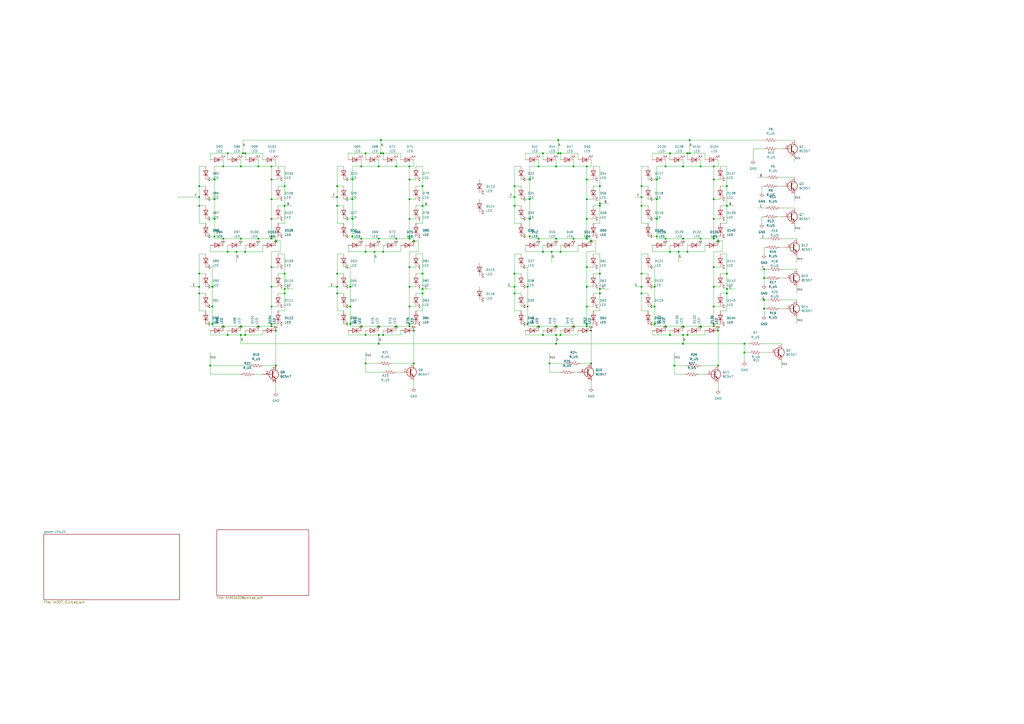
<source format=kicad_sch>
(kicad_sch (version 20231120) (generator "eeschema") (generator_version "8.0")
  (paper "A2")
  (junction (at 115.57 107.95))
  (junction (at 115.57 158.75))
  (junction (at 340.36 177.8))
  (junction (at 381 115.57))
  (junction (at 314.96 88.9))
  (junction (at 414.02 166.37))
  (junction (at 323.85 81.28))
  (junction (at 204.47 137.16))
  (junction (at 157.48 96.52))
  (junction (at 340.36 104.14))
  (junction (at 388.62 194.31))
  (junction (at 381 127))
  (junction (at 312.42 96.52))
  (junction (at 414.02 154.94))
  (junction (at 203.2 166.37))
  (junction (at 340.36 127))
  (junction (at 332.74 189.23))
  (junction (at 132.08 88.9))
  (junction (at 237.49 154.94))
  (junction (at 160.02 212.09))
  (junction (at 347.98 119.38))
  (junction (at 240.03 191.77))
  (junction (at 431.8 199.39))
  (junction (at 347.98 167.64))
  (junction (at 342.9 210.82))
  (junction (at 306.07 187.96))
  (junction (at 137.16 146.05))
  (junction (at 372.11 166.37))
  (junction (at 298.45 166.37))
  (junction (at 340.36 187.96))
  (junction (at 157.48 154.94))
  (junction (at 209.55 96.52))
  (junction (at 340.36 96.52))
  (junction (at 139.7 194.31))
  (junction (at 121.92 212.09))
  (junction (at 340.36 189.23))
  (junction (at 195.58 158.75))
  (junction (at 245.11 167.64))
  (junction (at 307.34 127))
  (junction (at 347.98 107.95))
  (junction (at 240.03 139.7))
  (junction (at 222.25 194.31))
  (junction (at 209.55 189.23))
  (junction (at 322.58 194.31))
  (junction (at 314.96 146.05))
  (junction (at 220.98 88.9))
  (junction (at 393.7 146.05))
  (junction (at 443.23 179.07))
  (junction (at 398.78 88.9))
  (junction (at 212.09 194.31))
  (junction (at 139.7 189.23))
  (junction (at 398.78 194.31))
  (junction (at 220.98 81.28))
  (junction (at 195.58 170.18))
  (junction (at 229.87 189.23))
  (junction (at 129.54 96.52))
  (junction (at 325.12 146.05))
  (junction (at 414.02 96.52))
  (junction (at 379.73 166.37))
  (junction (at 421.64 170.18))
  (junction (at 421.64 119.38))
  (junction (at 307.34 104.14))
  (junction (at 347.98 170.18))
  (junction (at 203.2 187.96))
  (junction (at 219.71 194.31))
  (junction (at 414.02 127))
  (junction (at 416.56 191.77))
  (junction (at 340.36 138.43))
  (junction (at 157.48 189.23))
  (junction (at 414.02 104.14))
  (junction (at 160.02 191.77))
  (junction (at 157.48 187.96))
  (junction (at 219.71 189.23))
  (junction (at 140.97 88.9))
  (junction (at 443.23 156.21))
  (junction (at 372.11 158.75))
  (junction (at 388.62 146.05))
  (junction (at 298.45 114.3))
  (junction (at 124.46 104.14))
  (junction (at 396.24 194.31))
  (junction (at 132.08 146.05))
  (junction (at 139.7 138.43))
  (junction (at 340.36 154.94))
  (junction (at 431.8 204.47))
  (junction (at 386.08 189.23))
  (junction (at 237.49 127))
  (junction (at 195.58 119.38))
  (junction (at 322.58 138.43))
  (junction (at 160.02 139.7))
  (junction (at 400.05 88.9))
  (junction (at 132.08 194.31))
  (junction (at 237.49 138.43))
  (junction (at 347.98 118.11))
  (junction (at 217.17 146.05))
  (junction (at 400.05 81.28))
  (junction (at 325.12 194.31))
  (junction (at 219.71 138.43))
  (junction (at 318.77 210.82))
  (junction (at 325.12 88.9))
  (junction (at 332.74 96.52))
  (junction (at 312.42 189.23))
  (junction (at 237.49 189.23))
  (junction (at 298.45 158.75))
  (junction (at 320.04 146.05))
  (junction (at 157.48 177.8))
  (junction (at 379.73 187.96))
  (junction (at 124.46 115.57))
  (junction (at 443.23 161.29))
  (junction (at 209.55 138.43))
  (junction (at 340.36 137.16))
  (junction (at 298.45 119.38))
  (junction (at 406.4 96.52))
  (junction (at 332.74 138.43))
  (junction (at 298.45 170.18))
  (junction (at 416.56 212.09))
  (junction (at 142.24 194.31))
  (junction (at 342.9 139.7))
  (junction (at 245.11 107.95))
  (junction (at 165.1 158.75))
  (junction (at 204.47 115.57))
  (junction (at 398.78 146.05))
  (junction (at 322.58 96.52))
  (junction (at 245.11 170.18))
  (junction (at 388.62 88.9))
  (junction (at 421.64 167.64))
  (junction (at 123.19 177.8))
  (junction (at 237.49 187.96))
  (junction (at 123.19 187.96))
  (junction (at 237.49 177.8))
  (junction (at 203.2 177.8))
  (junction (at 347.98 158.75))
  (junction (at 306.07 177.8))
  (junction (at 414.02 137.16))
  (junction (at 414.02 138.43))
  (junction (at 372.11 107.95))
  (junction (at 414.02 177.8))
  (junction (at 381 137.16))
  (junction (at 157.48 137.16))
  (junction (at 342.9 191.77))
  (junction (at 219.71 96.52))
  (junction (at 157.48 104.14))
  (junction (at 414.02 187.96))
  (junction (at 149.86 189.23))
  (junction (at 414.02 189.23))
  (junction (at 129.54 189.23))
  (junction (at 124.46 137.16))
  (junction (at 340.36 115.57))
  (junction (at 212.09 210.82))
  (junction (at 298.45 107.95))
  (junction (at 115.57 166.37))
  (junction (at 443.23 173.99))
  (junction (at 421.64 107.95))
  (junction (at 379.73 177.8))
  (junction (at 372.11 119.38))
  (junction (at 115.57 170.18))
  (junction (at 414.02 115.57))
  (junction (at 237.49 137.16))
  (junction (at 149.86 96.52))
  (junction (at 323.85 88.9))
  (junction (at 314.96 194.31))
  (junction (at 237.49 166.37))
  (junction (at 149.86 138.43))
  (junction (at 212.09 146.05))
  (junction (at 396.24 199.39))
  (junction (at 406.4 189.23))
  (junction (at 204.47 127))
  (junction (at 124.46 127))
  (junction (at 416.56 139.7))
  (junction (at 219.71 199.39))
  (junction (at 222.25 146.05))
  (junction (at 222.25 88.9))
  (junction (at 195.58 107.95))
  (junction (at 115.57 119.38))
  (junction (at 386.08 96.52))
  (junction (at 237.49 104.14))
  (junction (at 157.48 127))
  (junction (at 245.11 158.75))
  (junction (at 157.48 115.57))
  (junction (at 372.11 170.18))
  (junction (at 322.58 199.39))
  (junction (at 381 104.14))
  (junction (at 139.7 96.52))
  (junction (at 142.24 146.05))
  (junction (at 240.03 210.82))
  (junction (at 386.08 138.43))
  (junction (at 195.58 166.37))
  (junction (at 123.19 166.37))
  (junction (at 157.48 166.37))
  (junction (at 157.48 138.43))
  (junction (at 396.24 189.23))
  (junction (at 195.58 114.3))
  (junction (at 212.09 88.9))
  (junction (at 421.64 158.75))
  (junction (at 142.24 88.9))
  (junction (at 237.49 96.52))
  (junction (at 229.87 96.52))
  (junction (at 115.57 114.3))
  (junction (at 406.4 138.43))
  (junction (at 229.87 138.43))
  (junction (at 245.11 119.38))
  (junction (at 391.16 212.09))
  (junction (at 396.24 96.52))
  (junction (at 306.07 166.37))
  (junction (at 396.24 138.43))
  (junction (at 204.47 104.14))
  (junction (at 129.54 138.43))
  (junction (at 312.42 138.43))
  (junction (at 165.1 119.38))
  (junction (at 165.1 107.95))
  (junction (at 165.1 167.64))
  (junction (at 322.58 189.23))
  (junction (at 237.49 115.57))
  (junction (at 307.34 115.57))
  (junction (at 372.11 114.3))
  (junction (at 165.1 170.18))
  (junction (at 307.34 137.16))
  (junction (at 340.36 166.37))
  (wire (pts (xy 396.24 138.43) (xy 406.4 138.43)))
  (wire (pts (xy 139.7 189.23) (xy 149.86 189.23)))
  (wire (pts (xy 195.58 96.52) (xy 195.58 107.95)))
  (wire (pts (xy 452.12 179.07) (xy 454.66 179.07)))
  (wire (pts (xy 408.94 191.77) (xy 408.94 194.31)))
  (wire (pts (xy 406.4 138.43) (xy 414.02 138.43)))
  (wire (pts (xy 229.87 189.23) (xy 237.49 189.23)))
  (wire (pts (xy 450.85 81.28) (xy 461.01 81.28)))
  (wire (pts (xy 332.74 189.23) (xy 332.74 191.77)))
  (wire (pts (xy 342.9 220.98) (xy 342.9 224.79)))
  (wire (pts (xy 237.49 115.57) (xy 237.49 127)))
  (wire (pts (xy 340.36 166.37) (xy 344.17 166.37)))
  (wire (pts (xy 314.96 191.77) (xy 314.96 194.31)))
  (wire (pts (xy 372.11 170.18) (xy 372.11 180.34)))
  (wire (pts (xy 421.64 170.18) (xy 421.64 180.34)))
  (wire (pts (xy 204.47 137.16) (xy 204.47 138.43)))
  (wire (pts (xy 322.58 92.71) (xy 322.58 96.52)))
  (wire (pts (xy 139.7 138.43) (xy 149.86 138.43)))
  (wire (pts (xy 323.85 88.9) (xy 323.85 81.28)))
  (wire (pts (xy 199.39 187.96) (xy 203.2 187.96)))
  (wire (pts (xy 388.62 88.9) (xy 388.62 92.71)))
  (wire (pts (xy 222.25 194.31) (xy 232.41 194.31)))
  (wire (pts (xy 306.07 154.94) (xy 306.07 166.37)))
  (wire (pts (xy 302.26 137.16) (xy 307.34 137.16)))
  (wire (pts (xy 443.23 179.07) (xy 443.23 182.88)))
  (wire (pts (xy 372.11 147.32) (xy 372.11 158.75)))
  (wire (pts (xy 414.02 166.37) (xy 417.83 166.37)))
  (wire (pts (xy 165.1 107.95) (xy 165.1 119.38)))
  (wire (pts (xy 219.71 92.71) (xy 219.71 96.52)))
  (wire (pts (xy 325.12 146.05) (xy 335.28 146.05)))
  (wire (pts (xy 204.47 115.57) (xy 204.47 127)))
  (wire (pts (xy 347.98 167.64) (xy 347.98 170.18)))
  (wire (pts (xy 307.34 115.57) (xy 307.34 127)))
  (wire (pts (xy 139.7 96.52) (xy 149.86 96.52)))
  (wire (pts (xy 375.92 177.8) (xy 379.73 177.8)))
  (wire (pts (xy 195.58 170.18) (xy 199.39 170.18)))
  (wire (pts (xy 219.71 199.39) (xy 322.58 199.39)))
  (wire (pts (xy 140.97 88.9) (xy 140.97 81.28)))
  (wire (pts (xy 149.86 189.23) (xy 149.86 191.77)))
  (wire (pts (xy 393.7 146.05) (xy 398.78 146.05)))
  (wire (pts (xy 237.49 154.94) (xy 237.49 146.05)))
  (wire (pts (xy 307.34 137.16) (xy 307.34 138.43)))
  (wire (pts (xy 162.56 146.05) (xy 162.56 139.7)))
  (wire (pts (xy 119.38 166.37) (xy 123.19 166.37)))
  (wire (pts (xy 241.3 170.18) (xy 245.11 170.18)))
  (wire (pts (xy 137.16 146.05) (xy 142.24 146.05)))
  (wire (pts (xy 406.4 189.23) (xy 406.4 191.77)))
  (wire (pts (xy 161.29 129.54) (xy 165.1 129.54)))
  (wire (pts (xy 219.71 138.43) (xy 229.87 138.43)))
  (wire (pts (xy 431.8 204.47) (xy 434.34 204.47)))
  (wire (pts (xy 336.55 210.82) (xy 342.9 210.82)))
  (wire (pts (xy 294.64 114.3) (xy 298.45 114.3)))
  (wire (pts (xy 152.4 88.9) (xy 152.4 92.71)))
  (wire (pts (xy 414.02 166.37) (xy 414.02 177.8)))
  (wire (pts (xy 152.4 212.09) (xy 160.02 212.09)))
  (wire (pts (xy 335.28 88.9) (xy 335.28 92.71)))
  (wire (pts (xy 132.08 88.9) (xy 132.08 92.71)))
  (wire (pts (xy 298.45 129.54) (xy 302.26 129.54)))
  (wire (pts (xy 372.11 158.75) (xy 372.11 166.37)))
  (wire (pts (xy 201.93 191.77) (xy 201.93 194.31)))
  (wire (pts (xy 398.78 194.31) (xy 408.94 194.31)))
  (wire (pts (xy 139.7 92.71) (xy 139.7 96.52)))
  (wire (pts (xy 121.92 191.77) (xy 121.92 194.31)))
  (wire (pts (xy 160.02 139.7) (xy 160.02 142.24)))
  (wire (pts (xy 379.73 187.96) (xy 379.73 189.23)))
  (wire (pts (xy 312.42 189.23) (xy 322.58 189.23)))
  (wire (pts (xy 222.25 88.9) (xy 222.25 92.71)))
  (wire (pts (xy 312.42 96.52) (xy 307.34 96.52)))
  (wire (pts (xy 340.36 96.52) (xy 342.9 96.52)))
  (wire (pts (xy 386.08 138.43) (xy 396.24 138.43)))
  (wire (pts (xy 372.11 158.75) (xy 375.92 158.75)))
  (wire (pts (xy 298.45 96.52) (xy 298.45 107.95)))
  (wire (pts (xy 340.36 177.8) (xy 344.17 177.8)))
  (wire (pts (xy 414.02 189.23) (xy 416.56 189.23)))
  (wire (pts (xy 195.58 107.95) (xy 199.39 107.95)))
  (wire (pts (xy 124.46 137.16) (xy 124.46 138.43)))
  (wire (pts (xy 461.01 113.03) (xy 461.01 116.84)))
  (wire (pts (xy 157.48 154.94) (xy 157.48 146.05)))
  (wire (pts (xy 393.7 146.05) (xy 393.7 152.4)))
  (wire (pts (xy 314.96 146.05) (xy 320.04 146.05)))
  (wire (pts (xy 132.08 146.05) (xy 137.16 146.05)))
  (wire (pts (xy 340.36 166.37) (xy 340.36 177.8)))
  (wire (pts (xy 347.98 158.75) (xy 347.98 167.64)))
  (wire (pts (xy 340.36 187.96) (xy 344.17 187.96)))
  (wire (pts (xy 307.34 96.52) (xy 307.34 104.14)))
  (wire (pts (xy 332.74 215.9) (xy 335.28 215.9)))
  (wire (pts (xy 421.64 158.75) (xy 421.64 167.64)))
  (wire (pts (xy 162.56 139.7) (xy 160.02 139.7)))
  (wire (pts (xy 344.17 180.34) (xy 347.98 180.34)))
  (wire (pts (xy 298.45 107.95) (xy 302.26 107.95)))
  (wire (pts (xy 119.38 187.96) (xy 123.19 187.96)))
  (wire (pts (xy 212.09 88.9) (xy 212.09 92.71)))
  (wire (pts (xy 322.58 194.31) (xy 325.12 194.31)))
  (wire (pts (xy 416.56 138.43) (xy 416.56 139.7)))
  (wire (pts (xy 443.23 161.29) (xy 444.5 161.29)))
  (wire (pts (xy 115.57 147.32) (xy 119.38 147.32)))
  (wire (pts (xy 372.11 114.3) (xy 372.11 119.38)))
  (wire (pts (xy 340.36 137.16) (xy 344.17 137.16)))
  (wire (pts (xy 241.3 147.32) (xy 245.11 147.32)))
  (wire (pts (xy 441.96 204.47) (xy 445.77 204.47)))
  (wire (pts (xy 142.24 194.31) (xy 152.4 194.31)))
  (wire (pts (xy 340.36 115.57) (xy 340.36 127)))
  (wire (pts (xy 372.11 119.38) (xy 372.11 129.54)))
  (wire (pts (xy 381 115.57) (xy 381 127)))
  (wire (pts (xy 298.45 114.3) (xy 298.45 119.38)))
  (wire (pts (xy 157.48 115.57) (xy 161.29 115.57)))
  (wire (pts (xy 241.3 158.75) (xy 245.11 158.75)))
  (wire (pts (xy 345.44 146.05) (xy 345.44 139.7)))
  (wire (pts (xy 396.24 92.71) (xy 396.24 96.52)))
  (wire (pts (xy 201.93 88.9) (xy 212.09 88.9)))
  (wire (pts (xy 102.87 114.3) (xy 115.57 114.3)))
  (wire (pts (xy 391.16 212.09) (xy 391.16 217.17)))
  (wire (pts (xy 322.58 194.31) (xy 322.58 199.39)))
  (wire (pts (xy 245.11 167.64) (xy 245.11 170.18)))
  (wire (pts (xy 212.09 194.31) (xy 219.71 194.31)))
  (wire (pts (xy 204.47 127) (xy 204.47 137.16)))
  (wire (pts (xy 416.56 92.71) (xy 416.56 96.52)))
  (wire (pts (xy 450.85 107.95) (xy 453.39 107.95)))
  (wire (pts (xy 344.17 147.32) (xy 347.98 147.32)))
  (wire (pts (xy 157.48 154.94) (xy 157.48 166.37)))
  (wire (pts (xy 414.02 104.14) (xy 417.83 104.14)))
  (wire (pts (xy 307.34 127) (xy 307.34 137.16)))
  (wire (pts (xy 344.17 119.38) (xy 347.98 119.38)))
  (wire (pts (xy 195.58 180.34) (xy 199.39 180.34)))
  (wire (pts (xy 391.16 204.47) (xy 391.16 212.09)))
  (wire (pts (xy 461.01 91.44) (xy 461.01 93.98)))
  (wire (pts (xy 115.57 166.37) (xy 115.57 170.18)))
  (wire (pts (xy 342.9 138.43) (xy 342.9 139.7)))
  (wire (pts (xy 209.55 96.52) (xy 204.47 96.52)))
  (wire (pts (xy 160.02 189.23) (xy 160.02 191.77)))
  (wire (pts (xy 368.3 166.37) (xy 372.11 166.37)))
  (wire (pts (xy 115.57 96.52) (xy 115.57 107.95)))
  (wire (pts (xy 304.8 142.24) (xy 304.8 146.05)))
  (wire (pts (xy 190.5 166.37) (xy 195.58 166.37)))
  (wire (pts (xy 119.38 177.8) (xy 123.19 177.8)))
  (wire (pts (xy 307.34 138.43) (xy 312.42 138.43)))
  (wire (pts (xy 416.56 222.25) (xy 416.56 226.06)))
  (wire (pts (xy 121.92 146.05) (xy 132.08 146.05)))
  (wire (pts (xy 307.34 104.14) (xy 307.34 115.57)))
  (wire (pts (xy 306.07 187.96) (xy 306.07 189.23)))
  (wire (pts (xy 414.02 96.52) (xy 416.56 96.52)))
  (wire (pts (xy 219.71 210.82) (xy 212.09 210.82)))
  (wire (pts (xy 453.39 138.43) (xy 462.28 138.43)))
  (wire (pts (xy 203.2 154.94) (xy 203.2 166.37)))
  (wire (pts (xy 304.8 146.05) (xy 314.96 146.05)))
  (wire (pts (xy 132.08 142.24) (xy 132.08 146.05)))
  (wire (pts (xy 342.9 139.7) (xy 342.9 142.24)))
  (wire (pts (xy 157.48 96.52) (xy 160.02 96.52)))
  (wire (pts (xy 419.1 139.7) (xy 416.56 139.7)))
  (wire (pts (xy 240.03 220.98) (xy 240.03 224.79)))
  (wire (pts (xy 229.87 215.9) (xy 232.41 215.9)))
  (wire (pts (xy 157.48 104.14) (xy 161.29 104.14)))
  (wire (pts (xy 237.49 138.43) (xy 240.03 138.43)))
  (wire (pts (xy 322.58 138.43) (xy 322.58 142.24)))
  (wire (pts (xy 199.39 137.16) (xy 204.47 137.16)))
  (wire (pts (xy 237.49 187.96) (xy 237.49 189.23)))
  (wire (pts (xy 157.48 187.96) (xy 157.48 189.23)))
  (wire (pts (xy 450.85 86.36) (xy 453.39 86.36)))
  (wire (pts (xy 344.17 129.54) (xy 347.98 129.54)))
  (wire (pts (xy 124.46 138.43) (xy 129.54 138.43)))
  (wire (pts (xy 379.73 189.23) (xy 386.08 189.23)))
  (wire (pts (xy 237.49 187.96) (xy 241.3 187.96)))
  (wire (pts (xy 302.26 115.57) (xy 307.34 115.57)))
  (wire (pts (xy 212.09 191.77) (xy 212.09 194.31)))
  (wire (pts (xy 199.39 104.14) (xy 204.47 104.14)))
  (wire (pts (xy 414.02 137.16) (xy 414.02 138.43)))
  (wire (pts (xy 123.19 154.94) (xy 123.19 166.37)))
  (wire (pts (xy 375.92 154.94) (xy 379.73 154.94)))
  (wire (pts (xy 245.11 119.38) (xy 248.92 119.38)))
  (wire (pts (xy 414.02 187.96) (xy 417.83 187.96)))
  (wire (pts (xy 397.51 217.17) (xy 391.16 217.17)))
  (wire (pts (xy 132.08 88.9) (xy 140.97 88.9)))
  (wire (pts (xy 160.02 92.71) (xy 160.02 96.52)))
  (wire (pts (xy 165.1 119.38) (xy 165.1 129.54)))
  (wire (pts (xy 165.1 167.64) (xy 170.18 167.64)))
  (wire (pts (xy 229.87 96.52) (xy 237.49 96.52)))
  (wire (pts (xy 124.46 115.57) (xy 124.46 127)))
  (wire (pts (xy 129.54 189.23) (xy 129.54 191.77)))
  (wire (pts (xy 396.24 138.43) (xy 396.24 142.24)))
  (wire (pts (xy 443.23 156.21) (xy 443.23 161.29)))
  (wire (pts (xy 436.88 86.36) (xy 436.88 92.71)))
  (wire (pts (xy 344.17 96.52) (xy 347.98 96.52)))
  (wire (pts (xy 195.58 129.54) (xy 199.39 129.54)))
  (wire (pts (xy 110.49 166.37) (xy 115.57 166.37)))
  (wire (pts (xy 140.97 88.9) (xy 142.24 88.9)))
  (wire (pts (xy 157.48 127) (xy 157.48 137.16)))
  (wire (pts (xy 318.77 215.9) (xy 318.77 210.82)))
  (wire (pts (xy 340.36 146.05) (xy 345.44 146.05)))
  (wire (pts (xy 115.57 158.75) (xy 119.38 158.75)))
  (wire (pts (xy 372.11 129.54) (xy 375.92 129.54)))
  (wire (pts (xy 115.57 107.95) (xy 115.57 114.3)))
  (wire (pts (xy 332.74 96.52) (xy 340.36 96.52)))
  (wire (pts (xy 440.69 138.43) (xy 445.77 138.43)))
  (wire (pts (xy 165.1 158.75) (xy 165.1 167.64)))
  (wire (pts (xy 232.41 191.77) (xy 232.41 194.31)))
  (wire (pts (xy 227.33 210.82) (xy 240.03 210.82)))
  (wire (pts (xy 219.71 194.31) (xy 222.25 194.31)))
  (wire (pts (xy 417.83 119.38) (xy 421.64 119.38)))
  (wire (pts (xy 322.58 138.43) (xy 332.74 138.43)))
  (wire (pts (xy 137.16 146.05) (xy 137.16 152.4)))
  (wire (pts (xy 139.7 138.43) (xy 139.7 142.24)))
  (wire (pts (xy 325.12 194.31) (xy 335.28 194.31)))
  (wire (pts (xy 461.01 130.81) (xy 461.01 134.62)))
  (wire (pts (xy 132.08 191.77) (xy 132.08 194.31)))
  (wire (pts (xy 123.19 187.96) (xy 123.19 189.23)))
  (wire (pts (xy 414.02 154.94) (xy 414.02 146.05)))
  (wire (pts (xy 115.57 147.32) (xy 115.57 158.75)))
  (wire (pts (xy 450.85 125.73) (xy 453.39 125.73)))
  (wire (pts (xy 414.02 115.57) (xy 414.02 127)))
  (wire (pts (xy 298.45 96.52) (xy 302.26 96.52)))
  (wire (pts (xy 314.96 142.24) (xy 314.96 146.05)))
  (wire (pts (xy 421.64 147.32) (xy 421.64 158.75)))
  (wire (pts (xy 245.11 167.64) (xy 250.19 167.64)))
  (wire (pts (xy 212.09 142.24) (xy 212.09 146.05)))
  (wire (pts (xy 340.36 127) (xy 344.17 127)))
  (wire (pts (xy 388.62 146.05) (xy 393.7 146.05)))
  (wire (pts (xy 132.08 194.31) (xy 139.7 194.31)))
  (wire (pts (xy 372.11 166.37) (xy 372.11 170.18)))
  (wire (pts (xy 199.39 154.94) (xy 203.2 154.94)))
  (wire (pts (xy 441.96 125.73) (xy 441.96 129.54)))
  (wire (pts (xy 237.49 115.57) (xy 241.3 115.57)))
  (wire (pts (xy 129.54 138.43) (xy 139.7 138.43)))
  (wire (pts (xy 328.93 210.82) (xy 318.77 210.82)))
  (wire (pts (xy 222.25 88.9) (xy 232.41 88.9)))
  (wire (pts (xy 237.49 127) (xy 237.49 137.16)))
  (wire (pts (xy 161.29 107.95) (xy 165.1 107.95)))
  (wire (pts (xy 417.83 96.52) (xy 421.64 96.52)))
  (wire (pts (xy 431.8 199.39) (xy 431.8 204.47)))
  (wire (pts (xy 195.58 147.32) (xy 195.58 158.75)))
  (wire (pts (xy 400.05 81.28) (xy 443.23 81.28)))
  (wire (pts (xy 400.05 88.9) (xy 400.05 81.28)))
  (wire (pts (xy 375.92 187.96) (xy 379.73 187.96)))
  (wire (pts (xy 372.11 96.52) (xy 372.11 107.95)))
  (wire (pts (xy 421.64 96.52) (xy 421.64 107.95)))
  (wire (pts (xy 129.54 96.52) (xy 139.7 96.52)))
  (wire (pts (xy 381 96.52) (xy 381 104.14)))
  (wire (pts (xy 379.73 154.94) (xy 379.73 166.37)))
  (wire (pts (xy 115.57 107.95) (xy 119.38 107.95)))
  (wire (pts (xy 398.78 142.24) (xy 398.78 146.05)))
  (wire (pts (xy 417.83 180.34) (xy 421.64 180.34)))
  (wire (pts (xy 298.45 119.38) (xy 302.26 119.38)))
  (wire (pts (xy 414.02 146.05) (xy 419.1 146.05)))
  (wire (pts (xy 298.45 180.34) (xy 302.26 180.34)))
  (wire (pts (xy 115.57 119.38) (xy 119.38 119.38)))
  (wire (pts (xy 161.29 147.32) (xy 165.1 147.32)))
  (wire (pts (xy 195.58 119.38) (xy 195.58 129.54)))
  (wire (pts (xy 298.45 147.32) (xy 302.26 147.32)))
  (wire (pts (xy 219.71 138.43) (xy 219.71 142.24)))
  (wire (pts (xy 347.98 118.11) (xy 353.06 118.11)))
  (wire (pts (xy 115.57 114.3) (xy 115.57 119.38)))
  (wire (pts (xy 161.29 96.52) (xy 165.1 96.52)))
  (wire (pts (xy 414.02 115.57) (xy 417.83 115.57)))
  (wire (pts (xy 340.36 127) (xy 340.36 137.16)))
  (wire (pts (xy 195.58 158.75) (xy 195.58 166.37)))
  (wire (pts (xy 157.48 166.37) (xy 157.48 177.8)))
  (wire (pts (xy 347.98 147.32) (xy 347.98 158.75)))
  (wire (pts (xy 347.98 167.64) (xy 353.06 167.64)))
  (wire (pts (xy 157.48 115.57) (xy 157.48 127)))
  (wire (pts (xy 222.25 142.24) (xy 222.25 146.05)))
  (wire (pts (xy 408.94 142.24) (xy 408.94 146.05)))
  (wire (pts (xy 241.3 107.95) (xy 245.11 107.95)))
  (wire (pts (xy 237.49 166.37) (xy 241.3 166.37)))
  (wire (pts (xy 124.46 96.52) (xy 124.46 104.14)))
  (wire (pts (xy 414.02 177.8) (xy 414.02 187.96)))
  (wire (pts (xy 340.36 187.96) (xy 340.36 189.23)))
  (wire (pts (xy 302.26 177.8) (xy 306.07 177.8)))
  (wire (pts (xy 237.49 146.05) (xy 242.57 146.05)))
  (wire (pts (xy 314.96 194.31) (xy 322.58 194.31)))
  (wire (pts (xy 129.54 96.52) (xy 124.46 96.52)))
  (wire (pts (xy 237.49 177.8) (xy 237.49 187.96)))
  (wire (pts (xy 157.48 177.8) (xy 161.29 177.8)))
  (wire (pts (xy 419.1 146.05) (xy 419.1 139.7)))
  (wire (pts (xy 240.03 139.7) (xy 240.03 142.24)))
  (wire (pts (xy 115.57 119.38) (xy 115.57 129.54)))
  (wire (pts (xy 119.38 104.14) (xy 124.46 104.14)))
  (wire (pts (xy 325.12 88.9) (xy 325.12 92.71)))
  (wire (pts (xy 417.83 158.75) (xy 421.64 158.75)))
  (wire (pts (xy 406.4 96.52) (xy 414.02 96.52)))
  (wire (pts (xy 345.44 139.7) (xy 342.9 139.7)))
  (wire (pts (xy 121.92 217.17) (xy 139.7 217.17)))
  (wire (pts (xy 443.23 143.51) (xy 444.5 143.51)))
  (wire (pts (xy 219.71 189.23) (xy 219.71 191.77)))
  (wire (pts (xy 119.38 115.57) (xy 124.46 115.57)))
  (wire (pts (xy 160.02 191.77) (xy 160.02 212.09)))
  (wire (pts (xy 160.02 138.43) (xy 160.02 139.7)))
  (wire (pts (xy 237.49 96.52) (xy 237.49 104.14)))
  (wire (pts (xy 232.41 142.24) (xy 232.41 146.05)))
  (wire (pts (xy 372.11 119.38) (xy 375.92 119.38)))
  (wire (pts (xy 199.39 127) (xy 204.47 127)))
  (wire (pts (xy 372.11 107.95) (xy 372.11 114.3)))
  (wire (pts (xy 237.49 127) (xy 241.3 127)))
  (wire (pts (xy 139.7 189.23) (xy 139.7 191.77)))
  (wire (pts (xy 314.96 88.9) (xy 323.85 88.9)))
  (wire (pts (xy 378.46 146.05) (xy 388.62 146.05)))
  (wire (pts (xy 332.74 189.23) (xy 340.36 189.23)))
  (wire (pts (xy 298.45 119.38) (xy 298.45 129.54)))
  (wire (pts (xy 340.36 154.94) (xy 344.17 154.94)))
  (wire (pts (xy 386.08 189.23) (xy 386.08 191.77)))
  (wire (pts (xy 220.98 88.9) (xy 222.25 88.9)))
  (wire (pts (xy 124.46 127) (xy 124.46 137.16)))
  (wire (pts (xy 453.39 173.99) (xy 462.28 173.99)))
  (wire (pts (xy 195.58 147.32) (xy 199.39 147.32)))
  (wire (pts (xy 240.03 191.77) (xy 240.03 210.82)))
  (wire (pts (xy 347.98 107.95) (xy 347.98 118.11)))
  (wire (pts (xy 237.49 104.14) (xy 241.3 104.14)))
  (wire (pts (xy 165.1 119.38) (xy 168.91 119.38)))
  (wire (pts (xy 325.12 88.9) (xy 335.28 88.9)))
  (wire (pts (xy 212.09 204.47) (xy 212.09 210.82)))
  (wire (pts (xy 160.02 222.25) (xy 160.02 227.33)))
  (wire (pts (xy 241.3 96.52) (xy 245.11 96.52)))
  (wire (pts (xy 416.56 191.77) (xy 416.56 212.09)))
  (wire (pts (xy 219.71 189.23) (xy 229.87 189.23)))
  (wire (pts (xy 400.05 88.9) (xy 408.94 88.9)))
  (wire (pts (xy 406.4 212.09) (xy 416.56 212.09)))
  (wire (pts (xy 219.71 194.31) (xy 219.71 199.39)))
  (wire (pts (xy 388.62 142.24) (xy 388.62 146.05)))
  (wire (pts (xy 201.93 194.31) (xy 212.09 194.31)))
  (wire (pts (xy 378.46 191.77) (xy 378.46 194.31)))
  (wire (pts (xy 298.45 158.75) (xy 298.45 166.37)))
  (wire (pts (xy 298.45 170.18) (xy 302.26 170.18)))
  (wire (pts (xy 298.45 158.75) (xy 302.26 158.75)))
  (wire (pts (xy 462.28 166.37) (xy 462.28 170.18)))
  (wire (pts (xy 157.48 146.05) (xy 162.56 146.05)))
  (wire (pts (xy 398.78 191.77) (xy 398.78 194.31)))
  (wire (pts (xy 161.29 170.18) (xy 165.1 170.18)))
  (wire (pts (xy 414.02 138.43) (xy 416.56 138.43)))
  (wire (pts (xy 414.02 104.14) (xy 414.02 115.57)))
  (wire (pts (xy 414.02 127) (xy 417.83 127)))
  (wire (pts (xy 347.98 119.38) (xy 347.98 129.54)))
  (wire (pts (xy 147.32 217.17) (xy 152.4 217.17)))
  (wire (pts (xy 381 138.43) (xy 386.08 138.43)))
  (wire (pts (xy 372.11 180.34) (xy 375.92 180.34)))
  (wire (pts (xy 340.36 138.43) (xy 342.9 138.43)))
  (wire (pts (xy 441.96 107.95) (xy 443.23 107.95)))
  (wire (pts (xy 212.09 146.05) (xy 217.17 146.05)))
  (wire (pts (xy 142.24 191.77) (xy 142.24 194.31)))
  (wire (pts (xy 219.71 96.52) (xy 229.87 96.52)))
  (wire (pts (xy 372.11 96.52) (xy 375.92 96.52)))
  (wire (pts (xy 372.11 170.18) (xy 375.92 170.18)))
  (wire (pts (xy 165.1 96.52) (xy 165.1 107.95)))
  (wire (pts (xy 379.73 177.8) (xy 379.73 187.96)))
  (wire (pts (xy 203.2 166.37) (xy 203.2 177.8)))
  (wire (pts (xy 347.98 118.11) (xy 347.98 119.38)))
  (wire (pts (xy 332.74 138.43) (xy 340.36 138.43)))
  (wire (pts (xy 391.16 212.09) (xy 398.78 212.09)))
  (wire (pts (xy 312.42 92.71) (xy 312.42 96.52)))
  (wire (pts (xy 237.49 96.52) (xy 240.03 96.52)))
  (wire (pts (xy 121.92 88.9) (xy 132.08 88.9)))
  (wire (pts (xy 416.56 189.23) (xy 416.56 191.77)))
  (wire (pts (xy 119.38 137.16) (xy 124.46 137.16)))
  (wire (pts (xy 245.11 107.95) (xy 245.11 119.38)))
  (wire (pts (xy 161.29 158.75) (xy 165.1 158.75)))
  (wire (pts (xy 199.39 115.57) (xy 204.47 115.57)))
  (wire (pts (xy 115.57 96.52) (xy 119.38 96.52)))
  (wire (pts (xy 396.24 96.52) (xy 406.4 96.52)))
  (wire (pts (xy 414.02 127) (xy 414.02 137.16)))
  (wire (pts (xy 414.02 187.96) (xy 414.02 189.23)))
  (wire (pts (xy 306.07 166.37) (xy 306.07 177.8)))
  (wire (pts (xy 375.92 127) (xy 381 127)))
  (wire (pts (xy 344.17 170.18) (xy 347.98 170.18)))
  (wire (pts (xy 431.8 204.47) (xy 431.8 209.55)))
  (wire (pts (xy 443.23 161.29) (xy 443.23 165.1)))
  (wire (pts (xy 165.1 147.32) (xy 165.1 158.75)))
  (wire (pts (xy 320.04 146.05) (xy 320.04 152.4)))
  (wire (pts (xy 217.17 146.05) (xy 217.17 152.4)))
  (wire (pts (xy 378.46 194.31) (xy 388.62 194.31)))
  (wire (pts (xy 417.83 107.95) (xy 421.64 107.95)))
  (wire (pts (xy 421.64 119.38) (xy 425.45 119.38)))
  (wire (pts (xy 121.92 204.47) (xy 121.92 212.09)))
  (wire (pts (xy 381 127) (xy 381 137.16)))
  (wire (pts (xy 121.92 142.24) (xy 121.92 146.05)))
  (wire (pts (xy 220.98 88.9) (xy 220.98 81.28)))
  (wire (pts (xy 445.77 173.99) (xy 443.23 173.99)))
  (wire (pts (xy 149.86 92.71) (xy 149.86 96.52)))
  (wire (pts (xy 294.64 166.37) (xy 298.45 166.37)))
  (wire (pts (xy 157.48 96.52) (xy 157.48 104.14)))
  (wire (pts (xy 342.9 92.71) (xy 342.9 96.52)))
  (wire (pts (xy 209.55 138.43) (xy 219.71 138.43)))
  (wire (pts (xy 123.19 166.37) (xy 123.19 177.8)))
  (wire (pts (xy 149.86 138.43) (xy 149.86 142.24)))
  (wire (pts (xy 201.93 142.24) (xy 201.93 146.05)))
  (wire (pts (xy 441.96 199.39) (xy 453.39 199.39)))
  (wire (pts (xy 440.69 173.99) (xy 443.23 173.99)))
  (wire (pts (xy 209.55 142.24) (xy 209.55 138.43)))
  (wire (pts (xy 436.88 86.36) (xy 443.23 86.36)))
  (wire (pts (xy 242.57 139.7) (xy 240.03 139.7)))
  (wire (pts (xy 421.64 107.95) (xy 421.64 119.38)))
  (wire (pts (xy 149.86 138.43) (xy 157.48 138.43)))
  (wire (pts (xy 322.58 96.52) (xy 332.74 96.52)))
  (wire (pts (xy 347.98 170.18) (xy 347.98 180.34)))
  (wire (pts (xy 149.86 96.52) (xy 157.48 96.52)))
  (wire (pts (xy 237.49 104.14) (xy 237.49 115.57)))
  (wire (pts (xy 335.28 142.24) (xy 335.28 146.05)))
  (wire (pts (xy 431.8 199.39) (xy 434.34 199.39)))
  (wire (pts (xy 318.77 204.47) (xy 318.77 210.82)))
  (wire (pts (xy 302.26 127) (xy 307.34 127)))
  (wire (pts (xy 445.77 156.21) (xy 443.23 156.21)))
  (wire (pts (xy 157.48 138.43) (xy 160.02 138.43)))
  (wire (pts (xy 335.28 191.77) (xy 335.28 194.31)))
  (wire (pts (xy 142.24 142.24) (xy 142.24 146.05)))
  (wire (pts (xy 298.45 170.18) (xy 298.45 180.34)))
  (wire (pts (xy 195.58 158.75) (xy 199.39 158.75)))
  (wire (pts (xy 152.4 191.77) (xy 152.4 194.31)))
  (wire (pts (xy 417.83 170.18) (xy 421.64 170.18)))
  (wire (pts (xy 209.55 189.23) (xy 209.55 191.77)))
  (wire (pts (xy 201.93 146.05) (xy 212.09 146.05)))
  (wire (pts (xy 165.1 167.64) (xy 165.1 170.18)))
  (wire (pts (xy 217.17 146.05) (xy 222.25 146.05)))
  (wire (pts (xy 421.64 167.64) (xy 426.72 167.64)))
  (wire (pts (xy 443.23 179.07) (xy 444.5 179.07)))
  (wire (pts (xy 304.8 88.9) (xy 304.8 92.71)))
  (wire (pts (xy 157.48 154.94) (xy 161.29 154.94)))
  (wire (pts (xy 302.26 104.14) (xy 307.34 104.14)))
  (wire (pts (xy 129.54 142.24) (xy 129.54 138.43)))
  (wire (pts (xy 115.57 170.18) (xy 115.57 180.34)))
  (wire (pts (xy 421.64 167.64) (xy 421.64 170.18)))
  (wire (pts (xy 375.92 166.37) (xy 379.73 166.37)))
  (wire (pts (xy 414.02 96.52) (xy 414.02 104.14)))
  (wire (pts (xy 237.49 154.94) (xy 241.3 154.94)))
  (wire (pts (xy 245.11 170.18) (xy 245.11 180.34)))
  (wire (pts (xy 372.11 147.32) (xy 375.92 147.32)))
  (wire (pts (xy 201.93 88.9) (xy 201.93 92.71)))
  (wire (pts (xy 452.12 143.51) (xy 454.66 143.51)))
  (wire (pts (xy 322.58 199.39) (xy 396.24 199.39)))
  (wire (pts (xy 347.98 96.52) (xy 347.98 107.95)))
  (wire (pts (xy 396.24 189.23) (xy 396.24 191.77)))
  (wire (pts (xy 441.96 125.73) (xy 443.23 125.73)))
  (wire (pts (xy 209.55 189.23) (xy 219.71 189.23)))
  (wire (pts (xy 325.12 142.24) (xy 325.12 146.05)))
  (wire (pts (xy 139.7 194.31) (xy 139.7 199.39)))
  (wire (pts (xy 298.45 166.37) (xy 298.45 170.18)))
  (wire (pts (xy 222.25 215.9) (xy 212.09 215.9)))
  (wire (pts (xy 421.64 119.38) (xy 421.64 129.54)))
  (wire (pts (xy 220.98 81.28) (xy 323.85 81.28)))
  (wire (pts (xy 414.02 154.94) (xy 414.02 166.37)))
  (wire (pts (xy 237.49 189.23) (xy 240.03 189.23)))
  (wire (pts (xy 325.12 215.9) (xy 318.77 215.9)))
  (wire (pts (xy 115.57 129.54) (xy 119.38 129.54)))
  (wire (pts (xy 229.87 138.43) (xy 229.87 142.24)))
  (wire (pts (xy 129.54 92.71) (xy 129.54 96.52)))
  (wire (pts (xy 417.83 147.32) (xy 421.64 147.32)))
  (wire (pts (xy 342.9 189.23) (xy 342.9 191.77)))
  (wire (pts (xy 312.42 189.23) (xy 312.42 191.77)))
  (wire (pts (xy 209.55 92.71) (xy 209.55 96.52)))
  (wire (pts (xy 212.09 215.9) (xy 212.09 210.82)))
  (wire (pts (xy 121.92 194.31) (xy 132.08 194.31)))
  (wire (pts (xy 379.73 166.37) (xy 379.73 177.8)))
  (wire (pts (xy 408.94 88.9) (xy 408.94 92.71)))
  (wire (pts (xy 298.45 107.95) (xy 298.45 114.3)))
  (wire (pts (xy 157.48 127) (xy 161.29 127)))
  (wire (pts (xy 340.36 115.57) (xy 344.17 115.57)))
  (wire (pts (xy 340.36 104.14) (xy 340.36 115.57)))
  (wire (pts (xy 306.07 177.8) (xy 306.07 187.96)))
  (wire (pts (xy 381 137.16) (xy 381 138.43)))
  (wire (pts (xy 245.11 96.52) (xy 245.11 107.95)))
  (wire (pts (xy 453.39 156.21) (xy 462.28 156.21)))
  (wire (pts (xy 406.4 138.43) (xy 406.4 142.24)))
  (wire (pts (xy 203.2 177.8) (xy 203.2 187.96)))
  (wire (pts (xy 322.58 189.23) (xy 322.58 191.77)))
  (wire (pts (xy 405.13 217.17) (xy 408.94 217.17)))
  (wire (pts (xy 195.58 119.38) (xy 199.39 119.38)))
  (wire (pts (xy 372.11 107.95) (xy 375.92 107.95)))
  (wire (pts (xy 312.42 142.24) (xy 312.42 138.43)))
  (wire (pts (xy 121.92 212.09) (xy 121.92 217.17)))
  (wire (pts (xy 242.57 146.05) (xy 242.57 139.7)))
  (wire (pts (xy 240.03 189.23) (xy 240.03 191.77)))
  (wire (pts (xy 439.42 102.87) (xy 444.5 102.87)))
  (wire (pts (xy 157.48 166.37) (xy 161.29 166.37)))
  (wire (pts (xy 237.49 154.94) (xy 237.49 166.37)))
  (wire (pts (xy 441.96 107.95) (xy 441.96 111.76)))
  (wire (pts (xy 237.49 137.16) (xy 241.3 137.16)))
  (wire (pts (xy 320.04 146.05) (xy 325.12 146.05)))
  (wire (pts (xy 115.57 180.34) (xy 119.38 180.34)))
  (wire (pts (xy 121.92 212.09) (xy 144.78 212.09)))
  (wire (pts (xy 119.38 127) (xy 124.46 127)))
  (wire (pts (xy 152.4 142.24) (xy 152.4 146.05)))
  (wire (pts (xy 161.29 180.34) (xy 165.1 180.34)))
  (wire (pts (xy 452.12 161.29) (xy 454.66 161.29)))
  (wire (pts (xy 398.78 88.9) (xy 400.05 88.9)))
  (wire (pts (xy 195.58 107.95) (xy 195.58 114.3)))
  (wire (pts (xy 157.48 187.96) (xy 161.29 187.96)))
  (wire (pts (xy 344.17 107.95) (xy 347.98 107.95)))
  (wire (pts (xy 115.57 158.75) (xy 115.57 166.37)))
  (wire (pts (xy 414.02 137.16) (xy 417.83 137.16)))
  (wire (pts (xy 199.39 166.37) (xy 203.2 166.37)))
  (wire (pts (xy 340.36 177.8) (xy 340.36 187.96)))
  (wire (pts (xy 157.48 137.16) (xy 161.29 137.16)))
  (wire (pts (xy 139.7 199.39) (xy 219.71 199.39)))
  (wire (pts (xy 195.58 96.52) (xy 199.39 96.52)))
  (wire (pts (xy 123.19 177.8) (xy 123.19 187.96)))
  (wire (pts (xy 222.25 191.77) (xy 222.25 194.31)))
  (wire (pts (xy 386.08 189.23) (xy 396.24 189.23)))
  (wire (pts (xy 129.54 189.23) (xy 139.7 189.23)))
  (wire (pts (xy 396.24 194.31) (xy 396.24 199.39)))
  (wire (pts (xy 398.78 146.05) (xy 408.94 146.05)))
  (wire (pts (xy 241.3 119.38) (xy 245.11 119.38)))
  (wire (pts (xy 381 104.14) (xy 381 115.57)))
  (wire (pts (xy 142.24 88.9) (xy 152.4 88.9)))
  (wire (pts (xy 325.12 191.77) (xy 325.12 194.31)))
  (wire (pts (xy 332.74 92.71) (xy 332.74 96.52)))
  (wire (pts (xy 237.49 177.8) (xy 241.3 177.8)))
  (wire (pts (xy 452.12 102.87) (xy 461.01 102.87)))
  (wire (pts (xy 222.25 146.05) (xy 232.41 146.05)))
  (wire (pts (xy 340.36 154.94) (xy 340.36 166.37)))
  (wire (pts (xy 149.86 189.23) (xy 157.48 189.23)))
  (wire (pts (xy 157.48 137.16) (xy 157.48 138.43)))
  (wire (pts (xy 237.49 166.37) (xy 237.49 177.8)))
  (wire (pts (xy 157.48 177.8) (xy 157.48 187.96)))
  (wire (pts (xy 368.3 114.3) (xy 372.11 114.3)))
  (wire (pts (xy 386.08 96.52) (xy 381 96.52)))
  (wire (pts (xy 388.62 88.9) (xy 398.78 88.9)))
  (wire (pts (xy 344.17 158.75) (xy 347.98 158.75)))
  (wire (pts (xy 212.09 88.9) (xy 220.98 88.9)))
  (wire (pts (xy 398.78 88.9) (xy 398.78 92.71)))
  (wire (pts (xy 386.08 96.52) (xy 396.24 96.52)))
  (wire (pts (xy 304.8 194.31) (xy 314.96 194.31)))
  (wire (pts (xy 375.92 137.16) (xy 381 137.16)))
  (wire (pts (xy 302.26 154.94) (xy 306.07 154.94)))
  (wire (pts (xy 142.24 146.05) (xy 152.4 146.05)))
  (wire (pts (xy 157.48 189.23) (xy 160.02 189.23)))
  (wire (pts (xy 245.11 158.75) (xy 245.11 167.64)))
  (wire (pts (xy 312.42 138.43) (xy 322.58 138.43)))
  (wire (pts (xy 375.92 104.14) (xy 381 104.14)))
  (wire (pts (xy 462.28 184.15) (xy 462.28 187.96)))
  (wire (pts (xy 386.08 142.24) (xy 386.08 138.43)))
  (wire (pts (xy 241.3 180.34) (xy 245.11 180.34)))
  (wire (pts (xy 439.42 120.65) (xy 444.5 120.65)))
  (wire (pts (xy 229.87 189.23) (xy 229.87 191.77)))
  (wire (pts (xy 240.03 138.43) (xy 240.03 139.7)))
  (wire (pts (xy 298.45 147.32) (xy 298.45 158.75)))
  (wire (pts (xy 306.07 189.23) (xy 312.42 189.23)))
  (wire (pts (xy 302.26 187.96) (xy 306.07 187.96)))
  (wire (pts (xy 209.55 96.52) (xy 219.71 96.52)))
  (wire (pts (xy 165.1 170.18) (xy 165.1 180.34)))
  (wire (pts (xy 191.77 114.3) (xy 195.58 114.3)))
  (wire (pts (xy 388.62 191.77) (xy 388.62 194.31)))
  (wire (pts (xy 195.58 114.3) (xy 195.58 119.38)))
  (wire (pts (xy 302.26 166.37) (xy 306.07 166.37)))
  (wire (pts (xy 304.8 88.9) (xy 314.96 88.9)))
  (wire (pts (xy 229.87 138.43) (xy 237.49 138.43)))
  (wire (pts (xy 232.41 88.9) (xy 232.41 92.71)))
  (wire (pts (xy 119.38 154.94) (xy 123.19 154.94)))
  (wire (pts (xy 229.87 92.71) (xy 229.87 96.52)))
  (wire (pts (xy 340.36 154.94) (xy 340.36 146.05)))
  (wire (pts (xy 406.4 92.71) (xy 406.4 96.52)))
  (wire (pts (xy 245.11 119.38) (xy 245.11 129.54)))
  (wire (pts (xy 123.19 189.23) (xy 129.54 189.23)))
  (wire (pts (xy 417.83 129.54) (xy 421.64 129.54)))
  (wire (pts (xy 375.92 115.57) (xy 381 115.57)))
  (wire (pts (xy 140.97 81.28) (xy 220.98 81.28)))
  (wire (pts (xy 139.7 194.31) (xy 142.24 194.31)))
  (wire (pts (xy 453.39 209.55) (xy 453.39 213.36)))
  (wire (pts (xy 378.46 142.24) (xy 378.46 146.05)))
  (wire (pts (xy 396.24 189.23) (xy 406.4 189.23)))
  (wire (pts (xy 440.69 156.21) (xy 443.23 156.21)))
  (wire (pts (xy 240.03 92.71) (xy 240.03 96.52)))
  (wire (pts (xy 340.36 137.16) (xy 340.36 138.43)))
  (wire (pts (xy 195.58 166.37) (xy 195.58 170.18)))
  (wire (pts (xy 323.85 81.28) (xy 400.05 81.28)))
  (wire (pts (xy 416.56 139.7) (xy 416.56 142.24)))
  (wire (pts (xy 322.58 189.23) (xy 332.74 189.23)))
  (wire (pts (xy 443.23 143.51) (xy 443.23 147.32)))
  (wire (pts (xy 332.74 138.43) (xy 332.74 142.24)))
  (wire (pts (xy 414.02 177.8) (xy 417.83 177.8)))
  (wire (pts (xy 237.49 137.16) (xy 237.49 138.43)))
  (wire (pts (xy 161.29 119.38) (xy 165.1 119.38)))
  (wire (pts (xy 414.02 154.94) (xy 417.83 154.94)))
  (wire (pts (xy 312.42 96.52) (xy 322.58 96.52)))
  (wire (pts (xy 241.3 129.54) (xy 245.11 129.54)))
  (wire (pts (xy 443.23 173.99) (xy 443.23 179.07)))
  (wire (pts (xy 388.62 194.31) (xy 396.24 194.31)))
  (wire (pts (xy 378.46 88.9) (xy 388.62 88.9)))
  (wire (pts (xy 121.92 88.9) (xy 121.92 92.71)))
  (wire (pts (xy 323.85 88.9) (xy 325.12 88.9)))
  (wire (pts (xy 142.24 88.9) (xy 142.24 92.71)))
  (wire (pts (xy 378.46 88.9) (xy 378.46 92.71)))
  (wire (pts (xy 462.28 148.59) (xy 462.28 152.4)))
  (wire (pts (xy 203.2 187.96) (xy 203.2 189.23)))
  (wire (pts (xy 204.47 104.14) (xy 204.47 115.57)))
  (wire (pts (xy 203.2 189.23) (xy 209.55 189.23)))
  (wire (pts (xy 115.57 170.18) (xy 119.38 170.18)))
  (wire (pts (xy 452.12 120.65) (xy 461.01 120.65)))
  (wire (pts (xy 314.96 88.9) (xy 314.96 92.71)))
  (wire (pts (xy 124.46 104.14) (xy 124.46 115.57)))
  (wire (pts (xy 386.08 92.71) (xy 386.08 96.52)))
  (wire (pts (xy 204.47 96.52) (xy 204.47 104.14)))
  (wire (pts (xy 340.36 189.23) (xy 342.9 189.23)))
  (wire (pts (xy 304.8 191.77) (xy 304.8 194.31)))
  (wire (pts (xy 396.24 199.39) (xy 431.8 199.39)))
  (wire (pts (xy 406.4 189.23) (xy 414.02 189.23)))
  (wire (pts (xy 157.48 104.14) (xy 157.48 115.57)))
  (wire (pts (xy 245.11 147.32) (xy 245.11 158.75)))
  (wire (pts (xy 340.36 104.14) (xy 344.17 104.14)))
  (wire (pts (xy 195.58 170.18) (xy 195.58 180.34)))
  (wire (pts (xy 396.24 194.31) (xy 398.78 194.31)))
  (wire (pts (xy 340.36 96.52) (xy 340.36 104.14)))
  (wire (pts (xy 199.39 177.8) (xy 203.2 177.8)))
  (wire (pts (xy 204.47 138.43) (xy 209.55 138.43)))
  (wire (pts (xy 342.9 191.77) (xy 342.9 210.82)))
  (label "Vcc" (at 461.01 115.57 0))
  (label "G" (at 393.7 149.86 0))
  (label "D" (at 139.7 198.12 0))
  (label "A" (at 220.98 85.09 0))
  (label "E" (at 441.96 138.43 0))
  (label "C" (at 422.91 167.64 0))
  (label "E" (at 368.3 166.37 0))
  (label "B" (at 350.52 118.11 0))
  (label "C" (at 246.38 167.64 0))
  (label "Vcc" (at 462.28 168.91 0))
  (label "Vcc" (at 391.16 208.28 0))
  (label "F" (at 193.04 114.3 0))
  (label "C" (at 166.37 167.64 0))
  (label "Vcc" (at 121.92 208.28 0))
  (label "B" (at 246.38 119.38 0))
  (label "G" (at 441.96 173.99 0))
  (label "F" (at 369.57 114.3 0))
  (label "A" (at 323.85 85.09 0))
  (label "C" (at 349.25 167.64 0))
  (label "Vcc" (at 462.28 151.13 0))
  (label "D" (at 219.71 198.12 0))
  (label "E" (at 294.64 166.37 0))
  (label "E" (at 191.77 166.37 0))
  (label "F" (at 113.03 114.3 0))
  (label "B" (at 166.37 119.38 0))
  (label "Vcc" (at 461.01 92.71 0))
  (label "G" (at 217.17 149.86 0))
  (label "B" (at 422.91 119.38 0))
  (label "Vcc" (at 461.01 133.35 0))
  (label "D" (at 396.24 198.12 0))
  (label "F" (at 295.91 114.3 0))
  (label "Vcc" (at 462.28 186.69 0))
  (label "Vcc" (at 453.39 212.09 0))
  (label "D" (at 322.58 198.12 0))
  (label "F" (at 441.96 156.21 0))
  (label "A" (at 400.05 85.09 0))
  (label "Vcc" (at 212.09 207.01 0))
  (label "G" (at 137.16 149.86 0))
  (label "E" (at 111.76 166.37 0))
  (label "A" (at 140.97 85.09 0))
  (label "B" (at 440.69 102.87 0))
  (label "Vcc" (at 318.77 208.28 0))
  (label "C" (at 440.69 120.65 0))
  (label "G" (at 320.04 149.86 0))
  (symbol (lib_id "Device:LED") (at 199.39 173.99 90) (unit 1)
    (property "Reference" "D57" (at 203.2 174.3074 90) (effects (justify right)))
    (property "Value" "LED" (effects (hide yes)))
    (property "Footprint" "LED_THT:LED_D3.0mm" (effects (hide yes)))
    (property "Description" "Light emitting diode" (effects (hide yes)))
  )
  (symbol (lib_id "Device:R_US") (at 448.31 143.51 90) (unit 1)
    (property "Reference" "R15" (at 448.31 146.05 90))
    (property "Value" "R_US" (at 448.31 148.59 90))
    (property "Footprint" "Resistor_THT:R_Axial_DIN0204_L3.6mm_D1.6mm_P7.62mm_Horizontal" (effects (hide yes)))
    (property "Description" "Resistor, US symbol" (effects (hide yes)))
  )
  (symbol (lib_id "Device:LED") (at 226.06 92.71 180) (unit 1)
    (property "Reference" "D71" (at 227.6475 85.09 0))
    (property "Value" "LED" (at 227.6475 87.63 0))
    (property "Footprint" "LED_THT:LED_D3.0mm" (effects (hide yes)))
    (property "Description" "Light emitting diode" (effects (hide yes)))
  )
  (symbol (lib_id "Device:LED") (at 226.06 142.24 180) (unit 1)
    (property "Reference" "D72" (at 227.6475 134.62 0))
    (property "Value" "LED" (at 227.6475 137.16 0))
    (property "Footprint" "LED_THT:LED_D3.0mm" (effects (hide yes)))
    (property "Description" "Light emitting diode" (effects (hide yes)))
  )
  (symbol (lib_id "Device:LED") (at 119.38 151.13 90) (unit 1)
    (property "Reference" "D89" (at 123.19 151.4474 90) (effects (justify right)))
    (property "Value" "LED" (at 123.19 153.9874 90) (effects (justify right)))
    (property "Footprint" "LED_THT:LED_D3.0mm" (effects (hide yes)))
    (property "Description" "Light emitting diode" (effects (hide yes)))
  )
  (symbol (lib_id "Device:R_US") (at 447.04 81.28 90) (unit 1)
    (property "Reference" "R8" (at 447.04 74.93 90))
    (property "Value" "R_US" (at 447.04 77.47 90))
    (property "Footprint" "Resistor_THT:R_Axial_DIN0204_L3.6mm_D1.6mm_P7.62mm_Horizontal" (effects (hide yes)))
    (property "Description" "Resistor, US symbol" (effects (hide yes)))
  )
  (symbol (lib_id "Transistor_BJT:BC557") (at 459.74 179.07 0) (unit 1)
    (property "Reference" "Q14" (at 464.82 177.7999 0) (effects (justify left)))
    (property "Value" "BC557" (at 464.82 180.3399 0) (effects (justify left)))
    (property "Footprint" "Package_TO_SOT_THT:TO-92_Inline" (effects (hide yes)))
    (property "Datasheet" "https://www.onsemi.com/pub/Collateral/BC556BTA-D.pdf" (effects (hide yes)))
    (property "Description" "0.1A Ic, 45V Vce, PNP Small Signal Transistor, TO-92" (effects (hide yes)))
  )
  (symbol (lib_id "Device:R_US") (at 448.31 102.87 90) (unit 1)
    (property "Reference" "R6" (at 448.31 96.52 90))
    (property "Value" "R_US" (at 448.31 99.06 90))
    (property "Footprint" "Resistor_THT:R_Axial_DIN0204_L3.6mm_D1.6mm_P7.62mm_Horizontal" (effects (hide yes)))
    (property "Description" "Resistor, US symbol" (effects (hide yes)))
  )
  (symbol (lib_id "power:GND") (at 443.23 165.1 0) (unit 1)
    (property "Reference" "#PWR013" (effects (hide yes)))
    (property "Value" "GND" (at 443.23 170.18 0))
    (property "Description" "Power symbol creates a global label with name \"GND\" , ground" (effects (hide yes)))
  )
  (symbol (lib_id "Device:LED") (at 199.39 184.15 90) (unit 1)
    (property "Reference" "D59" (at 203.2 184.4674 90) (effects (justify right)))
    (property "Value" "LED" (at 203.2 187.0074 90) (effects (justify right)))
    (property "Footprint" "LED_THT:LED_D3.0mm" (effects (hide yes)))
    (property "Description" "Light emitting diode" (effects (hide yes)))
  )
  (symbol (lib_id "Device:LED") (at 302.26 151.13 90) (unit 1)
    (property "Reference" "D37" (at 306.07 151.4474 90) (effects (justify right)))
    (property "Value" "LED" (at 306.07 153.9874 90) (effects (justify right)))
    (property "Footprint" "LED_THT:LED_D3.0mm" (effects (hide yes)))
    (property "Description" "Light emitting diode" (effects (hide yes)))
  )
  (symbol (lib_id "Device:LED") (at 199.39 123.19 90) (unit 1)
    (property "Reference" "D27" (at 203.2 123.5074 90) (effects (justify right)))
    (property "Value" "LED" (at 203.2 126.0474 90) (effects (justify right)))
    (property "Footprint" "LED_THT:LED_D3.0mm" (effects (hide yes)))
    (property "Description" "Light emitting diode" (effects (hide yes)))
  )
  (symbol (lib_id "Device:LED") (at 205.74 92.71 180) (unit 1)
    (property "Reference" "D65" (at 207.3275 85.09 0))
    (property "Value" "LED" (at 207.3275 87.63 0))
    (property "Footprint" "LED_THT:LED_D3.0mm" (effects (hide yes)))
    (property "Description" "Light emitting diode" (effects (hide yes)))
  )
  (symbol (lib_id "Device:LED") (at 375.92 123.19 90) (unit 1)
    (property "Reference" "D119" (at 379.73 123.5074 90) (effects (justify right)))
    (property "Value" "LED" (at 379.73 126.0474 90) (effects (justify right)))
    (property "Footprint" "LED_THT:LED_D3.0mm" (effects (hide yes)))
    (property "Description" "Light emitting diode" (effects (hide yes)))
  )
  (symbol (lib_id "Device:LED") (at 417.83 173.99 90) (unit 1)
    (property "Reference" "D143" (at 421.64 174.3074 90) (effects (justify right)))
    (property "Value" "LED" (at 421.64 176.8474 90) (effects (justify right)))
    (property "Footprint" "LED_THT:LED_D3.0mm" (effects (hide yes)))
    (property "Description" "Light emitting diode" (effects (hide yes)))
  )
  (symbol (lib_id "power:GND") (at 436.88 92.71 0) (unit 1)
    (property "Reference" "#PWR010" (effects (hide yes)))
    (property "Value" "GND" (at 436.88 97.79 0))
    (property "Description" "Power symbol creates a global label with name \"GND\" , ground" (effects (hide yes)))
  )
  (symbol (lib_id "Device:LED") (at 318.77 142.24 180) (unit 1)
    (property "Reference" "D45" (at 320.3575 134.62 0))
    (property "Value" "LED" (at 320.3575 137.16 0))
    (property "Footprint" "LED_THT:LED_D3.0mm" (effects (hide yes)))
    (property "Description" "Light emitting diode" (effects (hide yes)))
  )
  (symbol (lib_id "Device:LED") (at 344.17 162.56 90) (unit 1)
    (property "Reference" "D62" (at 347.98 162.8774 90) (effects (justify right)))
    (property "Value" "LED" (at 347.98 165.4174 90) (effects (justify right)))
    (property "Footprint" "LED_THT:LED_D3.0mm" (effects (hide yes)))
    (property "Description" "Light emitting diode" (effects (hide yes)))
  )
  (symbol (lib_id "Device:LED") (at 161.29 151.13 90) (unit 1)
    (property "Reference" "D109" (at 165.1 151.4474 90) (effects (justify right)))
    (property "Value" "LED" (at 165.1 153.9874 90) (effects (justify right)))
    (property "Footprint" "LED_THT:LED_D3.0mm" (effects (hide yes)))
    (property "Description" "Light emitting diode" (effects (hide yes)))
  )
  (symbol (lib_id "Device:LED") (at 382.27 92.71 180) (unit 1)
    (property "Reference" "D125" (at 383.8575 85.09 0))
    (property "Value" "LED" (at 383.8575 87.63 0))
    (property "Footprint" "LED_THT:LED_D3.0mm" (effects (hide yes)))
    (property "Description" "Light emitting diode" (effects (hide yes)))
  )
  (symbol (lib_id "Device:LED") (at 375.92 173.99 90) (unit 1)
    (property "Reference" "D123" (at 379.73 174.3074 90) (effects (justify right)))
    (property "Value" "LED" (effects (hide yes)))
    (property "Footprint" "LED_THT:LED_D3.0mm" (effects (hide yes)))
    (property "Description" "Light emitting diode" (effects (hide yes)))
  )
  (symbol (lib_id "Device:LED") (at 302.26 184.15 90) (unit 1)
    (property "Reference" "D40" (at 306.07 184.4674 90) (effects (justify right)))
    (property "Value" "LED" (at 306.07 187.0074 90) (effects (justify right)))
    (property "Footprint" "LED_THT:LED_D3.0mm" (effects (hide yes)))
    (property "Description" "Light emitting diode" (effects (hide yes)))
  )
  (symbol (lib_id "Device:LED") (at 302.26 173.99 90) (unit 1)
    (property "Reference" "D39" (at 306.07 174.3074 90) (effects (justify right)))
    (property "Value" "LED" (effects (hide yes)))
    (property "Footprint" "LED_THT:LED_D3.0mm" (effects (hide yes)))
    (property "Description" "Light emitting diode" (effects (hide yes)))
  )
  (symbol (lib_id "Device:LED") (at 199.39 133.35 90) (unit 1)
    (property "Reference" "D32" (at 203.2 133.6674 90) (effects (justify right)))
    (property "Value" "LED" (effects (hide yes)))
    (property "Footprint" "LED_THT:LED_D3.0mm" (effects (hide yes)))
    (property "Description" "Light emitting diode" (effects (hide yes)))
  )
  (symbol (lib_id "Device:LED") (at 215.9 92.71 180) (unit 1)
    (property "Reference" "D68" (at 217.4875 85.09 0))
    (property "Value" "LED" (at 217.4875 87.63 0))
    (property "Footprint" "LED_THT:LED_D3.0mm" (effects (hide yes)))
    (property "Description" "Light emitting diode" (effects (hide yes)))
  )
  (symbol (lib_id "Device:LED") (at 402.59 142.24 180) (unit 1)
    (property "Reference" "D132" (at 404.1775 134.62 0))
    (property "Value" "LED" (at 404.1775 137.16 0))
    (property "Footprint" "LED_THT:LED_D3.0mm" (effects (hide yes)))
    (property "Description" "Light emitting diode" (effects (hide yes)))
  )
  (symbol (lib_id "power:GND") (at 443.23 147.32 0) (unit 1)
    (property "Reference" "#PWR014" (effects (hide yes)))
    (property "Value" "GND" (at 443.23 152.4 0))
    (property "Description" "Power symbol creates a global label with name \"GND\" , ground" (effects (hide yes)))
  )
  (symbol (lib_id "Device:LED") (at 302.26 133.35 90) (unit 1)
    (property "Reference" "D36" (at 306.07 133.6674 90) (effects (justify right)))
    (property "Value" "LED" (effects (hide yes)))
    (property "Footprint" "LED_THT:LED_D3.0mm" (effects (hide yes)))
    (property "Description" "Light emitting diode" (effects (hide yes)))
  )
  (symbol (lib_id "Device:LED") (at 382.27 191.77 180) (unit 1)
    (property "Reference" "D127" (at 382.5874 187.96 90) (effects (justify right)))
    (property "Value" "LED" (at 385.1274 187.96 90) (effects (justify right)))
    (property "Footprint" "LED_THT:LED_D3.0mm" (effects (hide yes)))
    (property "Description" "Light emitting diode" (effects (hide yes)))
  )
  (symbol (lib_id "Device:LED") (at 161.29 111.76 90) (unit 1)
    (property "Reference" "D106" (at 165.1 112.0774 90) (effects (justify right)))
    (property "Value" "LED" (at 165.1 114.6174 90) (effects (justify right)))
    (property "Footprint" "LED_THT:LED_D3.0mm" (effects (hide yes)))
    (property "Description" "Light emitting diode" (effects (hide yes)))
  )
  (symbol (lib_id "Transistor_BJT:BC547") (at 237.49 215.9 0) (unit 1)
    (property "Reference" "Q9" (at 242.57 214.6299 0) (effects (justify left)))
    (property "Value" "BC547" (at 242.57 217.1699 0) (effects (justify left)))
    (property "Footprint" "Package_TO_SOT_THT:TO-92_Inline" (effects (hide yes)))
    (property "Datasheet" "https://www.onsemi.com/pub/Collateral/BC550-D.pdf" (effects (hide yes)))
    (property "Description" "0.1A Ic, 45V Vce, Small Signal NPN Transistor, TO-92" (effects (hide yes)))
  )
  (symbol (lib_id "Device:LED") (at 412.75 142.24 180) (unit 1)
    (property "Reference" "D135" (at 414.3375 134.62 0))
    (property "Value" "LED" (at 414.3375 137.16 0))
    (property "Footprint" "LED_THT:LED_D3.0mm" (effects (hide yes)))
    (property "Description" "Light emitting diode" (effects (hide yes)))
  )
  (symbol (lib_id "Device:LED") (at 344.17 173.99 90) (unit 1)
    (property "Reference" "D63" (at 347.98 174.3074 90) (effects (justify right)))
    (property "Value" "LED" (at 347.98 176.8474 90) (effects (justify right)))
    (property "Footprint" "LED_THT:LED_D3.0mm" (effects (hide yes)))
    (property "Description" "Light emitting diode" (effects (hide yes)))
  )
  (symbol (lib_id "Device:LED") (at 339.09 142.24 180) (unit 1)
    (property "Reference" "D51" (at 340.6775 134.62 0))
    (property "Value" "LED" (at 340.6775 137.16 0))
    (property "Footprint" "LED_THT:LED_D3.0mm" (effects (hide yes)))
    (property "Description" "Light emitting diode" (effects (hide yes)))
  )
  (symbol (lib_id "Transistor_BJT:BC557") (at 459.74 161.29 0) (unit 1)
    (property "Reference" "Q13" (at 464.82 160.0199 0) (effects (justify left)))
    (property "Value" "BC557" (at 464.82 162.5599 0) (effects (justify left)))
    (property "Footprint" "Package_TO_SOT_THT:TO-92_Inline" (effects (hide yes)))
    (property "Datasheet" "https://www.onsemi.com/pub/Collateral/BC556BTA-D.pdf" (effects (hide yes)))
    (property "Description" "0.1A Ic, 45V Vce, PNP Small Signal Transistor, TO-92" (effects (hide yes)))
  )
  (symbol (lib_id "Device:LED") (at 328.93 92.71 180) (unit 1)
    (property "Reference" "D47" (at 330.5175 85.09 0))
    (property "Value" "LED" (at 330.5175 87.63 0))
    (property "Footprint" "LED_THT:LED_D3.0mm" (effects (hide yes)))
    (property "Description" "Light emitting diode" (effects (hide yes)))
  )
  (symbol (lib_id "Device:R_US") (at 447.04 107.95 90) (unit 1)
    (property "Reference" "R9" (at 447.04 110.49 90))
    (property "Value" "R_US" (at 447.04 113.03 90))
    (property "Footprint" "Resistor_THT:R_Axial_DIN0204_L3.6mm_D1.6mm_P7.62mm_Horizontal" (effects (hide yes)))
    (property "Description" "Resistor, US symbol" (effects (hide yes)))
  )
  (symbol (lib_id "Device:LED") (at 417.83 133.35 90) (unit 1)
    (property "Reference" "D140" (at 421.64 133.6674 90) (effects (justify right)))
    (property "Value" "LED" (at 421.64 136.2074 90) (effects (justify right)))
    (property "Footprint" "LED_THT:LED_D3.0mm" (effects (hide yes)))
    (property "Description" "Light emitting diode" (effects (hide yes)))
  )
  (symbol (lib_id "Device:LED") (at 375.92 162.56 90) (unit 1)
    (property "Reference" "D122" (at 379.73 162.8774 90) (effects (justify right)))
    (property "Value" "LED" (at 379.73 165.4174 90) (effects (justify right)))
    (property "Footprint" "LED_THT:LED_D3.0mm" (effects (hide yes)))
    (property "Description" "Light emitting diode" (effects (hide yes)))
  )
  (symbol (lib_id "Device:LED") (at 161.29 173.99 90) (unit 1)
    (property "Reference" "D111" (at 165.1 174.3074 90) (effects (justify right)))
    (property "Value" "LED" (at 165.1 176.8474 90) (effects (justify right)))
    (property "Footprint" "LED_THT:LED_D3.0mm" (effects (hide yes)))
    (property "Description" "Light emitting diode" (effects (hide yes)))
  )
  (symbol (lib_id "Device:LED") (at 328.93 142.24 180) (unit 1)
    (property "Reference" "D48" (at 330.5175 134.62 0))
    (property "Value" "LED" (at 330.5175 137.16 0))
    (property "Footprint" "LED_THT:LED_D3.0mm" (effects (hide yes)))
    (property "Description" "Light emitting diode" (effects (hide yes)))
  )
  (symbol (lib_id "power:GND") (at 160.02 227.33 0) (unit 1)
    (property "Reference" "#PWR020" (effects (hide yes)))
    (property "Value" "GND" (at 160.02 232.41 0))
    (property "Description" "Power symbol creates a global label with name \"GND\" , ground" (effects (hide yes)))
  )
  (symbol (lib_id "Device:LED") (at 344.17 111.76 90) (unit 1)
    (property "Reference" "D56" (at 347.98 112.0774 90) (effects (justify right)))
    (property "Value" "LED" (at 347.98 114.6174 90) (effects (justify right)))
    (property "Footprint" "LED_THT:LED_D3.0mm" (effects (hide yes)))
    (property "Description" "Light emitting diode" (effects (hide yes)))
  )
  (symbol (lib_id "Device:R_US") (at 449.58 173.99 90) (unit 1)
    (property "Reference" "R20" (at 449.326 169.418 90))
    (property "Value" "R_US" (at 449.326 171.958 90))
    (property "Footprint" "Resistor_THT:R_Axial_DIN0204_L3.6mm_D1.6mm_P7.62mm_Horizontal" (effects (hide yes)))
    (property "Description" "Resistor, US symbol" (effects (hide yes)))
  )
  (symbol (lib_id "Device:R_US") (at 438.15 199.39 90) (unit 1)
    (property "Reference" "R7" (at 438.15 193.04 90))
    (property "Value" "R_US" (at 438.15 195.58 90))
    (property "Footprint" "Resistor_THT:R_Axial_DIN0204_L3.6mm_D1.6mm_P7.62mm_Horizontal" (effects (hide yes)))
    (property "Description" "Resistor, US symbol" (effects (hide yes)))
  )
  (symbol (lib_id "Device:LED") (at 417.83 100.33 90) (unit 1)
    (property "Reference" "D137" (at 421.64 100.6474 90) (effects (justify right)))
    (property "Value" "LED" (at 421.64 103.1874 90) (effects (justify right)))
    (property "Footprint" "LED_THT:LED_D3.0mm" (effects (hide yes)))
    (property "Description" "Light emitting diode" (effects (hide yes)))
  )
  (symbol (lib_id "Device:LED") (at 375.92 111.76 90) (unit 1)
    (property "Reference" "D118" (at 379.73 112.0774 90) (effects (justify right)))
    (property "Value" "LED" (at 379.73 114.6174 90) (effects (justify right)))
    (property "Footprint" "LED_THT:LED_D3.0mm" (effects (hide yes)))
    (property "Description" "Light emitting diode" (effects (hide yes)))
  )
  (symbol (lib_id "Device:LED") (at 205.74 191.77 180) (unit 1)
    (property "Reference" "D67" (at 206.0574 187.96 90) (effects (justify right)))
    (property "Value" "LED" (at 208.5974 187.96 90) (effects (justify right)))
    (property "Footprint" "LED_THT:LED_D3.0mm" (effects (hide yes)))
    (property "Description" "Light emitting diode" (effects (hide yes)))
  )
  (symbol (lib_id "Device:LED") (at 278.13 156.21 90) (unit 1)
    (property "Reference" "D115" (at 281.94 156.5274 90) (effects (justify right)))
    (property "Value" "LED" (at 281.94 159.0674 90) (effects (justify right)))
    (property "Footprint" "LED_THT:LED_D3.0mm" (effects (hide yes)))
    (property "Description" "Light emitting diode" (effects (hide yes)))
  )
  (symbol (lib_id "Device:R_US") (at 448.31 161.29 90) (unit 1)
    (property "Reference" "R17" (at 448.31 163.83 90))
    (property "Value" "R_US" (at 448.31 166.37 90))
    (property "Footprint" "Resistor_THT:R_Axial_DIN0204_L3.6mm_D1.6mm_P7.62mm_Horizontal" (effects (hide yes)))
    (property "Description" "Resistor, US symbol" (effects (hide yes)))
  )
  (symbol (lib_id "Transistor_BJT:BC557") (at 458.47 107.95 0) (unit 1)
    (property "Reference" "Q3" (at 463.55 106.6799 0) (effects (justify left)))
    (property "Value" "BC557" (at 463.55 109.2199 0) (effects (justify left)))
    (property "Footprint" "Package_TO_SOT_THT:TO-92_Inline" (effects (hide yes)))
    (property "Datasheet" "https://www.onsemi.com/pub/Collateral/BC556BTA-D.pdf" (effects (hide yes)))
    (property "Description" "0.1A Ic, 45V Vce, PNP Small Signal Transistor, TO-92" (effects (hide yes)))
  )
  (symbol (lib_id "Device:R_US") (at 447.04 125.73 90) (unit 1)
    (property "Reference" "R13" (at 447.04 128.27 90))
    (property "Value" "R_US" (at 447.04 130.81 90))
    (property "Footprint" "Resistor_THT:R_Axial_DIN0204_L3.6mm_D1.6mm_P7.62mm_Horizontal" (effects (hide yes)))
    (property "Description" "Resistor, US symbol" (effects (hide yes)))
  )
  (symbol (lib_id "power:GND") (at 441.96 111.76 0) (unit 1)
    (property "Reference" "#PWR016" (effects (hide yes)))
    (property "Value" "GND" (at 441.96 116.84 0))
    (property "Description" "Power symbol creates a global label with name \"GND\" , ground" (effects (hide yes)))
  )
  (symbol (lib_id "Device:LED") (at 392.43 92.71 180) (unit 1)
    (property "Reference" "D128" (at 394.0175 85.09 0))
    (property "Value" "LED" (at 394.0175 87.63 0))
    (property "Footprint" "LED_THT:LED_D3.0mm" (effects (hide yes)))
    (property "Description" "Light emitting diode" (effects (hide yes)))
  )
  (symbol (lib_id "Device:LED") (at 302.26 111.76 90) (unit 1)
    (property "Reference" "D34" (at 306.07 112.0774 90) (effects (justify right)))
    (property "Value" "LED" (at 306.07 114.6174 90) (effects (justify right)))
    (property "Footprint" "LED_THT:LED_D3.0mm" (effects (hide yes)))
    (property "Description" "Light emitting diode" (effects (hide yes)))
  )
  (symbol (lib_id "Device:LED") (at 417.83 111.76 90) (unit 1)
    (property "Reference" "D138" (at 421.64 112.0774 90) (effects (justify right)))
    (property "Value" "LED" (at 421.64 114.6174 90) (effects (justify right)))
    (property "Footprint" "LED_THT:LED_D3.0mm" (effects (hide yes)))
    (property "Description" "Light emitting diode" (effects (hide yes)))
  )
  (symbol (lib_id "Device:LED") (at 125.73 191.77 180) (unit 1)
    (property "Reference" "D95" (at 126.0474 187.96 90) (effects (justify right)))
    (property "Value" "LED" (at 128.5874 187.96 90) (effects (justify right)))
    (property "Footprint" "LED_THT:LED_D3.0mm" (effects (hide yes)))
    (property "Description" "Light emitting diode" (effects (hide yes)))
  )
  (symbol (lib_id "Transistor_BJT:BC557") (at 458.47 125.73 0) (unit 1)
    (property "Reference" "Q7" (at 463.55 124.4599 0) (effects (justify left)))
    (property "Value" "BC557" (at 463.55 126.9999 0) (effects (justify left)))
    (property "Footprint" "Package_TO_SOT_THT:TO-92_Inline" (effects (hide yes)))
    (property "Datasheet" "https://www.onsemi.com/pub/Collateral/BC556BTA-D.pdf" (effects (hide yes)))
    (property "Description" "0.1A Ic, 45V Vce, PNP Small Signal Transistor, TO-92" (effects (hide yes)))
  )
  (symbol (lib_id "Device:LED") (at 241.3 111.76 90) (unit 1)
    (property "Reference" "D78" (at 245.11 112.0774 90) (effects (justify right)))
    (property "Value" "LED" (at 245.11 114.6174 90) (effects (justify right)))
    (property "Footprint" "LED_THT:LED_D3.0mm" (effects (hide yes)))
    (property "Description" "Light emitting diode" (effects (hide yes)))
  )
  (symbol (lib_id "Device:LED") (at 417.83 162.56 90) (unit 1)
    (property "Reference" "D142" (at 421.64 162.8774 90) (effects (justify right)))
    (property "Value" "LED" (at 421.64 165.4174 90) (effects (justify right)))
    (property "Footprint" "LED_THT:LED_D3.0mm" (effects (hide yes)))
    (property "Description" "Light emitting diode" (effects (hide yes)))
  )
  (symbol (lib_id "Device:LED") (at 236.22 142.24 180) (unit 1)
    (property "Reference" "D75" (at 237.8075 134.62 0))
    (property "Value" "LED" (at 237.8075 137.16 0))
    (property "Footprint" "LED_THT:LED_D3.0mm" (effects (hide yes)))
    (property "Description" "Light emitting diode" (effects (hide yes)))
  )
  (symbol (lib_id "Device:R_US") (at 328.93 215.9 90) (unit 1)
    (property "Reference" "R25" (at 328.93 209.55 90))
    (property "Value" "R_US" (at 328.93 212.09 90))
    (property "Footprint" "Resistor_THT:R_Axial_DIN0204_L3.6mm_D1.6mm_P7.62mm_Horizontal" (effects (hide yes)))
    (property "Description" "Resistor, US symbol" (effects (hide yes)))
  )
  (symbol (lib_id "Transistor_BJT:BC557") (at 458.47 86.36 0) (unit 1)
    (property "Reference" "Q1" (at 463.55 85.0899 0) (effects (justify left)))
    (property "Value" "BC557" (at 463.55 87.6299 0) (effects (justify left)))
    (property "Footprint" "Package_TO_SOT_THT:TO-92_Inline" (effects (hide yes)))
    (property "Datasheet" "https://www.onsemi.com/pub/Collateral/BC556BTA-D.pdf" (effects (hide yes)))
    (property "Description" "0.1A Ic, 45V Vce, PNP Small Signal Transistor, TO-92" (effects (hide yes)))
  )
  (symbol (lib_id "Device:R_US") (at 226.06 215.9 90) (unit 1)
    (property "Reference" "R23" (at 223.52 217.932 90))
    (property "Value" "R_US" (at 223.52 220.472 90))
    (property "Footprint" "Resistor_THT:R_Axial_DIN0204_L3.6mm_D1.6mm_P7.62mm_Horizontal" (effects (hide yes)))
    (property "Description" "Resistor, US symbol" (effects (hide yes)))
  )
  (symbol (lib_id "Device:LED") (at 135.89 142.24 180) (unit 1)
    (property "Reference" "D97" (at 137.4775 134.62 0))
    (property "Value" "LED" (at 137.4775 137.16 0))
    (property "Footprint" "LED_THT:LED_D3.0mm" (effects (hide yes)))
    (property "Description" "Light emitting diode" (effects (hide yes)))
  )
  (symbol (lib_id "Device:LED") (at 344.17 123.19 90) (unit 1)
    (property "Reference" "D58" (at 347.98 123.5074 90) (effects (justify right)))
    (property "Value" "LED" (at 347.98 126.0474 90) (effects (justify right)))
    (property "Footprint" "LED_THT:LED_D3.0mm" (effects (hide yes)))
    (property "Description" "Light emitting diode" (effects (hide yes)))
  )
  (symbol (lib_id "Device:LED") (at 215.9 191.77 180) (unit 1)
    (property "Reference" "D70" (at 216.2174 187.96 90) (effects (justify right)))
    (property "Value" "LED" (at 218.7574 187.96 90) (effects (justify right)))
    (property "Footprint" "LED_THT:LED_D3.0mm" (effects (hide yes)))
    (property "Description" "Light emitting diode" (effects (hide yes)))
  )
  (symbol (lib_id "Device:LED") (at 199.39 151.13 90) (unit 1)
    (property "Reference" "D53" (at 203.2 151.4474 90) (effects (justify right)))
    (property "Value" "LED" (at 203.2 153.9874 90) (effects (justify right)))
    (property "Footprint" "LED_THT:LED_D3.0mm" (effects (hide yes)))
    (property "Description" "Light emitting diode" (effects (hide yes)))
  )
  (symbol (lib_id "Device:R_US") (at 143.51 217.17 90) (unit 1)
    (property "Reference" "R22" (at 143.51 210.82 90))
    (property "Value" "R_US" (at 143.51 213.36 90))
    (property "Footprint" "Resistor_THT:R_Axial_DIN0204_L3.6mm_D1.6mm_P7.62mm_Horizontal" (effects (hide yes)))
    (property "Description" "Resistor, US symbol" (effects (hide yes)))
  )
  (symbol (lib_id "Device:LED") (at 119.38 100.33 90) (unit 1)
    (property "Reference" "D85" (at 123.19 100.6474 90) (effects (justify right)))
    (property "Value" "LED" (at 123.19 103.1874 90) (effects (justify right)))
    (property "Footprint" "LED_THT:LED_D3.0mm" (effects (hide yes)))
    (property "Description" "Light emitting diode" (effects (hide yes)))
  )
  (symbol (lib_id "Device:LED") (at 344.17 184.15 90) (unit 1)
    (property "Reference" "D64" (at 347.98 184.4674 90) (effects (justify right)))
    (property "Value" "LED" (at 347.98 187.0074 90) (effects (justify right)))
    (property "Footprint" "LED_THT:LED_D3.0mm" (effects (hide yes)))
    (property "Description" "Light emitting diode" (effects (hide yes)))
  )
  (symbol (lib_id "Device:LED") (at 146.05 191.77 180) (unit 1)
    (property "Reference" "D101" (at 146.3674 187.96 90) (effects (justify right)))
    (property "Value" "LED" (at 148.9074 187.96 90) (effects (justify right)))
    (property "Footprint" "LED_THT:LED_D3.0mm" (effects (hide yes)))
    (property "Description" "Light emitting diode" (effects (hide yes)))
  )
  (symbol (lib_id "Device:LED") (at 339.09 92.71 180) (unit 1)
    (property "Reference" "D50" (at 340.6775 85.09 0))
    (property "Value" "LED" (at 340.6775 87.63 0))
    (property "Footprint" "LED_THT:LED_D3.0mm" (effects (hide yes)))
    (property "Description" "Light emitting diode" (effects (hide yes)))
  )
  (symbol (lib_id "Device:LED") (at 125.73 92.71 180) (unit 1)
    (property "Reference" "D93" (at 127.3175 85.09 0))
    (property "Value" "LED" (at 127.3175 87.63 0))
    (property "Footprint" "LED_THT:LED_D3.0mm" (effects (hide yes)))
    (property "Description" "Light emitting diode" (effects (hide yes)))
  )
  (symbol (lib_id "Device:LED") (at 318.77 92.71 180) (unit 1)
    (property "Reference" "D44" (at 320.3575 85.09 0))
    (property "Value" "LED" (at 320.3575 87.63 0))
    (property "Footprint" "LED_THT:LED_D3.0mm" (effects (hide yes)))
    (property "Description" "Light emitting diode" (effects (hide yes)))
  )
  (symbol (lib_id "Device:R_US") (at 447.04 86.36 270) (unit 1)
    (property "Reference" "R12" (at 447.294 88.646 90))
    (property "Value" "R_US" (at 447.294 91.186 90))
    (property "Footprint" "Resistor_THT:R_Axial_DIN0204_L3.6mm_D1.6mm_P7.62mm_Horizontal" (effects (hide yes)))
    (property "Description" "Resistor, US symbol" (effects (hide yes)))
  )
  (symbol (lib_id "Device:LED") (at 156.21 191.77 180) (unit 1)
    (property "Reference" "D104" (at 156.5274 187.96 90) (effects (justify right)))
    (property "Value" "LED" (at 159.0674 187.96 90) (effects (justify right)))
    (property "Footprint" "LED_THT:LED_D3.0mm" (effects (hide yes)))
    (property "Description" "Light emitting diode" (effects (hide yes)))
  )
  (symbol (lib_id "Device:LED") (at 236.22 92.71 180) (unit 1)
    (property "Reference" "D74" (at 237.8075 85.09 0))
    (property "Value" "LED" (at 237.8075 87.63 0))
    (property "Footprint" "LED_THT:LED_D3.0mm" (effects (hide yes)))
    (property "Description" "Light emitting diode" (effects (hide yes)))
  )
  (symbol (lib_id "Device:LED") (at 417.83 184.15 90) (unit 1)
    (property "Reference" "D144" (at 421.64 184.4674 90) (effects (justify right)))
    (property "Value" "LED" (at 421.64 187.0074 90) (effects (justify right)))
    (property "Footprint" "LED_THT:LED_D3.0mm" (effects (hide yes)))
    (property "Description" "Light emitting diode" (effects (hide yes)))
  )
  (symbol (lib_id "Device:R_US") (at 438.15 204.47 90) (unit 1)
    (property "Reference" "R11" (at 438.658 209.042 90))
    (property "Value" "R_US" (at 438.404 207.01 90))
    (property "Footprint" "Resistor_THT:R_Axial_DIN0204_L3.6mm_D1.6mm_P7.62mm_Horizontal" (effects (hide yes)))
    (property "Description" "Resistor, US symbol" (effects (hide yes)))
  )
  (symbol (lib_id "Device:R_US") (at 223.52 210.82 90) (unit 1)
    (property "Reference" "R21" (at 223.52 204.47 90))
    (property "Value" "R_US" (at 223.52 207.01 90))
    (property "Footprint" "Resistor_THT:R_Axial_DIN0204_L3.6mm_D1.6mm_P7.62mm_Horizontal" (effects (hide yes)))
    (property "Description" "Resistor, US symbol" (effects (hide yes)))
  )
  (symbol (lib_id "Device:LED") (at 412.75 92.71 180) (unit 1)
    (property "Reference" "D134" (at 414.3375 85.09 0))
    (property "Value" "LED" (at 414.3375 87.63 0))
    (property "Footprint" "LED_THT:LED_D3.0mm" (effects (hide yes)))
    (property "Description" "Light emitting diode" (effects (hide yes)))
  )
  (symbol (lib_id "Device:LED") (at 339.09 191.77 180) (unit 1)
    (property "Reference" "D52" (at 339.4074 187.96 90) (effects (justify right)))
    (property "Value" "LED" (at 341.9474 187.96 90) (effects (justify right)))
    (property "Footprint" "LED_THT:LED_D3.0mm" (effects (hide yes)))
    (property "Description" "Light emitting diode" (effects (hide yes)))
  )
  (symbol (lib_id "Device:LED") (at 156.21 142.24 180) (unit 1)
    (property "Reference" "D103" (at 157.7975 134.62 0))
    (property "Value" "LED" (at 157.7975 137.16 0))
    (property "Footprint" "LED_THT:LED_D3.0mm" (effects (hide yes)))
    (property "Description" "Light emitting diode" (effects (hide yes)))
  )
  (symbol (lib_id "Device:LED") (at 375.92 184.15 90) (unit 1)
    (property "Reference" "D124" (at 379.73 184.4674 90) (effects (justify right)))
    (property "Value" "LED" (at 379.73 187.0074 90) (effects (justify right)))
    (property "Footprint" "LED_THT:LED_D3.0mm" (effects (hide yes)))
    (property "Description" "Light emitting diode" (effects (hide yes)))
  )
  (symbol (lib_id "Device:LED") (at 302.26 123.19 90) (unit 1)
    (property "Reference" "D35" (at 306.07 123.5074 90) (effects (justify right)))
    (property "Value" "LED" (at 306.07 126.0474 90) (effects (justify right)))
    (property "Footprint" "LED_THT:LED_D3.0mm" (effects (hide yes)))
    (property "Description" "Light emitting diode" (effects (hide yes)))
  )
  (symbol (lib_id "Device:LED") (at 375.92 100.33 90) (unit 1)
    (property "Reference" "D117" (at 379.73 100.6474 90) (effects (justify right)))
    (property "Value" "LED" (at 379.73 103.1874 90) (effects (justify right)))
    (property "Footprint" "LED_THT:LED_D3.0mm" (effects (hide yes)))
    (property "Description" "Light emitting diode" (effects (hide yes)))
  )
  (symbol (lib_id "Device:LED") (at 135.89 191.77 180) (unit 1)
    (property "Reference" "D98" (at 136.2074 187.96 90) (effects (justify right)))
    (property "Value" "LED" (at 138.7474 187.96 90) (effects (justify right)))
    (property "Footprint" "LED_THT:LED_D3.0mm" (effects (hide yes)))
    (property "Description" "Light emitting diode" (effects (hide yes)))
  )
  (symbol (lib_id "Device:LED") (at 402.59 191.77 180) (unit 1)
    (property "Reference" "D133" (at 402.9074 187.96 90) (effects (justify right)))
    (property "Value" "LED" (at 405.4474 187.96 90) (effects (justify right)))
    (property "Footprint" "LED_THT:LED_D3.0mm" (effects (hide yes)))
    (property "Description" "Light emitting diode" (effects (hide yes)))
  )
  (symbol (lib_id "Device:LED") (at 205.74 142.24 180) (unit 1)
    (property "Reference" "D66" (at 207.3275 134.62 0))
    (property "Value" "LED" (at 207.3275 137.16 0))
    (property "Footprint" "LED_THT:LED_D3.0mm" (effects (hide yes)))
    (property "Description" "Light emitting diode" (effects (hide yes)))
  )
  (symbol (lib_id "Device:LED") (at 199.39 100.33 90) (unit 1)
    (property "Reference" "D23" (at 203.2 100.6474 90) (effects (justify right)))
    (property "Value" "LED" (at 203.2 103.1874 90) (effects (justify right)))
    (property "Footprint" "LED_THT:LED_D3.0mm" (effects (hide yes)))
    (property "Description" "Light emitting diode" (effects (hide yes)))
  )
  (symbol (lib_id "Device:LED") (at 417.83 151.13 90) (unit 1)
    (property "Reference" "D141" (at 421.64 151.4474 90) (effects (justify right)))
    (property "Value" "LED" (at 421.64 153.9874 90) (effects (justify right)))
    (property "Footprint" "LED_THT:LED_D3.0mm" (effects (hide yes)))
    (property "Description" "Light emitting diode" (effects (hide yes)))
  )
  (symbol (lib_id "Device:LED") (at 119.38 184.15 90) (unit 1)
    (property "Reference" "D92" (at 123.19 184.4674 90) (effects (justify right)))
    (property "Value" "LED" (at 123.19 187.0074 90) (effects (justify right)))
    (property "Footprint" "LED_THT:LED_D3.0mm" (effects (hide yes)))
    (property "Description" "Light emitting diode" (effects (hide yes)))
  )
  (symbol (lib_id "Transistor_BJT:BC547") (at 340.36 215.9 0) (unit 1)
    (property "Reference" "Q10" (at 345.44 214.6299 0) (effects (justify left)))
    (property "Value" "BC547" (at 345.44 217.1699 0) (effects (justify left)))
    (property "Footprint" "Package_TO_SOT_THT:TO-92_Inline" (effects (hide yes)))
    (property "Datasheet" "https://www.onsemi.com/pub/Collateral/BC550-D.pdf" (effects (hide yes)))
    (property "Description" "0.1A Ic, 45V Vce, Small Signal NPN Transistor, TO-92" (effects (hide yes)))
  )
  (symbol (lib_id "Device:LED") (at 226.06 191.77 180) (unit 1)
    (property "Reference" "D73" (at 226.3774 187.96 90) (effects (justify right)))
    (property "Value" "LED" (at 228.9174 187.96 90) (effects (justify right)))
    (property "Footprint" "LED_THT:LED_D3.0mm" (effects (hide yes)))
    (property "Description" "Light emitting diode" (effects (hide yes)))
  )
  (symbol (lib_id "Device:LED") (at 375.92 133.35 90) (unit 1)
    (property "Reference" "D120" (at 379.73 133.6674 90) (effects (justify right)))
    (property "Value" "LED" (effects (hide yes)))
    (property "Footprint" "LED_THT:LED_D3.0mm" (effects (hide yes)))
    (property "Description" "Light emitting diode" (effects (hide yes)))
  )
  (symbol (lib_id "Device:LED") (at 241.3 162.56 90) (unit 1)
    (property "Reference" "D82" (at 245.11 162.8774 90) (effects (justify right)))
    (property "Value" "LED" (at 245.11 165.4174 90) (effects (justify right)))
    (property "Footprint" "LED_THT:LED_D3.0mm" (effects (hide yes)))
    (property "Description" "Light emitting diode" (effects (hide yes)))
  )
  (symbol (lib_id "Device:LED") (at 278.13 107.95 90) (unit 1)
    (property "Reference" "D113" (at 281.94 108.2674 90) (effects (justify right)))
    (property "Value" "LED" (at 281.94 110.8074 90) (effects (justify right)))
    (property "Footprint" "LED_THT:LED_D3.0mm" (effects (hide yes)))
    (property "Description" "Light emitting diode" (effects (hide yes)))
  )
  (symbol (lib_id "Device:LED") (at 241.3 123.19 90) (unit 1)
    (property "Reference" "D79" (at 245.11 123.5074 90) (effects (justify right)))
    (property "Value" "LED" (at 245.11 126.0474 90) (effects (justify right)))
    (property "Footprint" "LED_THT:LED_D3.0mm" (effects (hide yes)))
    (property "Description" "Light emitting diode" (effects (hide yes)))
  )
  (symbol (lib_id "Device:LED") (at 146.05 142.24 180) (unit 1)
    (property "Reference" "D100" (at 147.6375 134.62 0))
    (property "Value" "LED" (at 147.6375 137.16 0))
    (property "Footprint" "LED_THT:LED_D3.0mm" (effects (hide yes)))
    (property "Description" "Light emitting diode" (effects (hide yes)))
  )
  (symbol (lib_id "Device:LED") (at 308.61 92.71 180) (unit 1)
    (property "Reference" "D41" (at 310.1975 85.09 0))
    (property "Value" "LED" (at 310.1975 87.63 0))
    (property "Footprint" "LED_THT:LED_D3.0mm" (effects (hide yes)))
    (property "Description" "Light emitting diode" (effects (hide yes)))
  )
  (symbol (lib_id "Device:LED") (at 344.17 151.13 90) (unit 1)
    (property "Reference" "D61" (at 347.98 151.4474 90) (effects (justify right)))
    (property "Value" "LED" (at 347.98 153.9874 90) (effects (justify right)))
    (property "Footprint" "LED_THT:LED_D3.0mm" (effects (hide yes)))
    (property "Description" "Light emitting diode" (effects (hide yes)))
  )
  (symbol (lib_id "Device:LED") (at 302.26 100.33 90) (unit 1)
    (property "Reference" "D33" (at 306.07 100.6474 90) (effects (justify right)))
    (property "Value" "LED" (at 306.07 103.1874 90) (effects (justify right)))
    (property "Footprint" "LED_THT:LED_D3.0mm" (effects (hide yes)))
    (property "Description" "Light emitting diode" (effects (hide yes)))
  )
  (symbol (lib_id "Device:LED") (at 236.22 191.77 180) (unit 1)
    (property "Reference" "D76" (at 236.5374 187.96 90) (effects (justify right)))
    (property "Value" "LED" (at 239.0774 187.96 90) (effects (justify right)))
    (property "Footprint" "LED_THT:LED_D3.0mm" (effects (hide yes)))
    (property "Description" "Light emitting diode" (effects (hide yes)))
  )
  (symbol (lib_id "Device:LED") (at 215.9 142.24 180) (unit 1)
    (property "Reference" "D69" (at 217.4875 134.62 0))
    (property "Value" "LED" (at 217.4875 137.16 0))
    (property "Footprint" "LED_THT:LED_D3.0mm" (effects (hide yes)))
    (property "Description" "Light emitting diode" (effects (hide yes)))
  )
  (symbol (lib_id "Device:LED") (at 135.89 92.71 180) (unit 1)
    (property "Reference" "D96" (at 137.4775 85.09 0))
    (property "Value" "LED" (at 137.4775 87.63 0))
    (property "Footprint" "LED_THT:LED_D3.0mm" (effects (hide yes)))
    (property "Description" "Light emitting diode" (effects (hide yes)))
  )
  (symbol (lib_id "Device:LED") (at 199.39 162.56 90) (unit 1)
    (property "Reference" "D55" (at 203.2 162.8774 90) (effects (justify right)))
    (property "Value" "LED" (at 203.2 165.4174 90) (effects (justify right)))
    (property "Footprint" "LED_THT:LED_D3.0mm" (effects (hide yes)))
    (property "Description" "Light emitting diode" (effects (hide yes)))
  )
  (symbol (lib_id "Transistor_BJT:BC557") (at 450.85 204.47 0) (unit 1)
    (property "Reference" "Q2" (at 455.93 203.1999 0) (effects (justify left)))
    (property "Value" "BC557" (at 455.93 205.7399 0) (effects (justify left)))
    (property "Footprint" "Package_TO_SOT_THT:TO-92_Inline" (effects (hide yes)))
    (property "Datasheet" "https://www.onsemi.com/pub/Collateral/BC556BTA-D.pdf" (effects (hide yes)))
    (property "Description" "0.1A Ic, 45V Vce, PNP Small Signal Transistor, TO-92" (effects (hide yes)))
  )
  (symbol (lib_id "Device:R_US") (at 332.74 210.82 90) (unit 1)
    (property "Reference" "R24" (at 332.74 204.47 90))
    (property "Value" "R_US" (at 332.74 207.01 90))
    (property "Footprint" "Resistor_THT:R_Axial_DIN0204_L3.6mm_D1.6mm_P7.62mm_Horizontal" (effects (hide yes)))
    (property "Description" "Resistor, US symbol" (effects (hide yes)))
  )
  (symbol (lib_id "Device:LED") (at 161.29 133.35 90) (unit 1)
    (property "Reference" "D108" (at 165.1 133.6674 90) (effects (justify right)))
    (property "Value" "LED" (at 165.1 136.2074 90) (effects (justify right)))
    (property "Footprint" "LED_THT:LED_D3.0mm" (effects (hide yes)))
    (property "Description" "Light emitting diode" (effects (hide yes)))
  )
  (symbol (lib_id "Device:LED") (at 278.13 170.18 90) (unit 1)
    (property "Reference" "D116" (at 281.94 170.4974 90) (effects (justify right)))
    (property "Value" "LED" (at 281.94 173.0374 90) (effects (justify right)))
    (property "Footprint" "LED_THT:LED_D3.0mm" (effects (hide yes)))
    (property "Description" "Light emitting diode" (effects (hide yes)))
  )
  (symbol (lib_id "Device:LED") (at 328.93 191.77 180) (unit 1)
    (property "Reference" "D49" (at 329.2474 187.96 90) (effects (justify right)))
    (property "Value" "LED" (at 331.7874 187.96 90) (effects (justify right)))
    (property "Footprint" "LED_THT:LED_D3.0mm" (effects (hide yes)))
    (property "Description" "Light emitting diode" (effects (hide yes)))
  )
  (symbol (lib_id "Device:LED") (at 119.38 133.35 90) (unit 1)
    (property "Reference" "D88" (at 123.19 133.6674 90) (effects (justify right)))
    (property "Value" "LED" (effects (hide yes)))
    (property "Footprint" "LED_THT:LED_D3.0mm" (effects (hide yes)))
    (property "Description" "Light emitting diode" (effects (hide yes)))
  )
  (symbol (lib_id "Device:LED") (at 241.3 100.33 90) (unit 1)
    (property "Reference" "D77" (at 245.11 100.6474 90) (effects (justify right)))
    (property "Value" "LED" (at 245.11 103.1874 90) (effects (justify right)))
    (property "Footprint" "LED_THT:LED_D3.0mm" (effects (hide yes)))
    (property "Description" "Light emitting diode" (effects (hide yes)))
  )
  (symbol (lib_id "Device:LED") (at 241.3 184.15 90) (unit 1)
    (property "Reference" "D84" (at 245.11 184.4674 90) (effects (justify right)))
    (property "Value" "LED" (at 245.11 187.0074 90) (effects (justify right)))
    (property "Footprint" "LED_THT:LED_D3.0mm" (effects (hide yes)))
    (property "Description" "Light emitting diode" (effects (hide yes)))
  )
  (symbol (lib_id "Device:LED") (at 125.73 142.24 180) (unit 1)
    (property "Reference" "D94" (at 127.3175 134.62 0))
    (property "Value" "LED" (at 127.3175 137.16 0))
    (property "Footprint" "LED_THT:LED_D3.0mm" (effects (hide yes)))
    (property "Description" "Light emitting diode" (effects (hide yes)))
  )
  (symbol (lib_id "Device:R_US") (at 448.31 179.07 90) (unit 1)
    (property "Reference" "R19" (at 448.31 181.61 90))
    (property "Value" "R_US" (at 448.31 184.15 90))
    (property "Footprint" "Resistor_THT:R_Axial_DIN0204_L3.6mm_D1.6mm_P7.62mm_Horizontal" (effects (hide yes)))
    (property "Description" "Resistor, US symbol" (effects (hide yes)))
  )
  (symbol (lib_id "Device:LED") (at 382.27 142.24 180) (unit 1)
    (property "Reference" "D126" (at 383.8575 134.62 0))
    (property "Value" "LED" (at 383.8575 137.16 0))
    (property "Footprint" "LED_THT:LED_D3.0mm" (effects (hide yes)))
    (property "Description" "Light emitting diode" (effects (hide yes)))
  )
  (symbol (lib_id "power:GND") (at 240.03 224.79 0) (unit 1)
    (property "Reference" "#PWR019" (effects (hide yes)))
    (property "Value" "GND" (at 240.03 229.87 0))
    (property "Description" "Power symbol creates a global label with name \"GND\" , ground" (effects (hide yes)))
  )
  (symbol (lib_id "power:GND") (at 431.8 209.55 0) (unit 1)
    (property "Reference" "#PWR011" (effects (hide yes)))
    (property "Value" "GND" (at 431.8 214.63 0))
    (property "Description" "Power symbol creates a global label with name \"GND\" , ground" (effects (hide yes)))
  )
  (symbol (lib_id "Device:LED") (at 241.3 151.13 90) (unit 1)
    (property "Reference" "D81" (at 245.11 151.4474 90) (effects (justify right)))
    (property "Value" "LED" (at 245.11 153.9874 90) (effects (justify right)))
    (property "Footprint" "LED_THT:LED_D3.0mm" (effects (hide yes)))
    (property "Description" "Light emitting diode" (effects (hide yes)))
  )
  (symbol (lib_id "Device:LED") (at 344.17 133.35 90) (unit 1)
    (property "Reference" "D60" (at 347.98 133.6674 90) (effects (justify right)))
    (property "Value" "LED" (at 347.98 136.2074 90) (effects (justify right)))
    (property "Footprint" "LED_THT:LED_D3.0mm" (effects (hide yes)))
    (property "Description" "Light emitting diode" (effects (hide yes)))
  )
  (symbol (lib_id "Device:LED") (at 241.3 133.35 90) (unit 1)
    (property "Reference" "D80" (at 245.11 133.6674 90) (effects (justify right)))
    (property "Value" "LED" (at 245.11 136.2074 90) (effects (justify right)))
    (property "Footprint" "LED_THT:LED_D3.0mm" (effects (hide yes)))
    (property "Description" "Light emitting diode" (effects (hide yes)))
  )
  (symbol (lib_id "Device:LED") (at 119.38 173.99 90) (unit 1)
    (property "Reference" "D91" (at 123.19 174.3074 90) (effects (justify right)))
    (property "Value" "LED" (effects (hide yes)))
    (property "Footprint" "LED_THT:LED_D3.0mm" (effects (hide yes)))
    (property "Description" "Light emitting diode" (effects (hide yes)))
  )
  (symbol (lib_id "Device:LED") (at 119.38 123.19 90) (unit 1)
    (property "Reference" "D87" (at 123.19 123.5074 90) (effects (justify right)))
    (property "Value" "LED" (at 123.19 126.0474 90) (effects (justify right)))
    (property "Footprint" "LED_THT:LED_D3.0mm" (effects (hide yes)))
    (property "Description" "Light emitting diode" (effects (hide yes)))
  )
  (symbol (lib_id "Transistor_BJT:BC547") (at 414.02 217.17 0) (unit 1)
    (property "Reference" "Q11" (at 419.1 215.8999 0) (effects (justify left)))
    (property "Value" "BC547" (at 419.1 218.4399 0) (effects (justify left)))
    (property "Footprint" "Package_TO_SOT_THT:TO-92_Inline" (effects (hide yes)))
    (property "Datasheet" "https://www.onsemi.com/pub/Collateral/BC550-D.pdf" (effects (hide yes)))
    (property "Description" "0.1A Ic, 45V Vce, Small Signal NPN Transistor, TO-92" (effects (hide yes)))
  )
  (symbol (lib_id "Device:LED") (at 161.29 184.15 90) (unit 1)
    (property "Reference" "D112" (at 165.1 184.4674 90) (effects (justify right)))
    (property "Value" "LED" (at 165.1 187.0074 90) (effects (justify right)))
    (property "Footprint" "LED_THT:LED_D3.0mm" (effects (hide yes)))
    (property "Description" "Light emitting diode" (effects (hide yes)))
  )
  (symbol (lib_id "power:GND") (at 443.23 182.88 0) (unit 1)
    (property "Reference" "#PWR012" (effects (hide yes)))
    (property "Value" "GND" (at 443.23 187.96 0))
    (property "Description" "Power symbol creates a global label with name \"GND\" , ground" (effects (hide yes)))
  )
  (symbol (lib_id "Device:LED") (at 412.75 191.77 180) (unit 1)
    (property "Reference" "D136" (at 413.0674 187.96 90) (effects (justify right)))
    (property "Value" "LED" (at 415.6074 187.96 90) (effects (justify right)))
    (property "Footprint" "LED_THT:LED_D3.0mm" (effects (hide yes)))
    (property "Description" "Light emitting diode" (effects (hide yes)))
  )
  (symbol (lib_id "Device:LED") (at 146.05 92.71 180) (unit 1)
    (property "Reference" "D99" (at 147.6375 85.09 0))
    (property "Value" "LED" (at 147.6375 87.63 0))
    (property "Footprint" "LED_THT:LED_D3.0mm" (effects (hide yes)))
    (property "Description" "Light emitting diode" (effects (hide yes)))
  )
  (symbol (lib_id "Device:LED") (at 241.3 173.99 90) (unit 1)
    (property "Reference" "D83" (at 245.11 174.3074 90) (effects (justify right)))
    (property "Value" "LED" (at 245.11 176.8474 90) (effects (justify right)))
    (property "Footprint" "LED_THT:LED_D3.0mm" (effects (hide yes)))
    (property "Description" "Light emitting diode" (effects (hide yes)))
  )
  (symbol (lib_id "Device:LED") (at 119.38 111.76 90) (unit 1)
    (property "Reference" "D86" (at 123.19 112.0774 90) (effects (justify right)))
    (property "Value" "LED" (at 123.19 114.6174 90) (effects (justify right)))
    (property "Footprint" "LED_THT:LED_D3.0mm" (effects (hide yes)))
    (property "Description" "Light emitting diode" (effects (hide yes)))
  )
  (symbol (lib_id "Device:R_US") (at 448.31 120.65 90) (unit 1)
    (property "Reference" "R14" (at 448.31 114.3 90))
    (property "Value" "R_US" (at 448.31 116.84 90))
    (property "Footprint" "Resistor_THT:R_Axial_DIN0204_L3.6mm_D1.6mm_P7.62mm_Horizontal" (effects (hide yes)))
    (property "Description" "Resistor, US symbol" (effects (hide yes)))
  )
  (symbol (lib_id "Transistor_BJT:BC557") (at 459.74 143.51 0) (unit 1)
    (property "Reference" "Q12" (at 464.82 142.2399 0) (effects (justify left)))
    (property "Value" "BC557" (at 464.82 144.7799 0) (effects (justify left)))
    (property "Footprint" "Package_TO_SOT_THT:TO-92_Inline" (effects (hide yes)))
    (property "Datasheet" "https://www.onsemi.com/pub/Collateral/BC556BTA-D.pdf" (effects (hide yes)))
    (property "Description" "0.1A Ic, 45V Vce, PNP Small Signal Transistor, TO-92" (effects (hide yes)))
  )
  (symbol (lib_id "Device:R_US") (at 449.58 156.21 90) (unit 1)
    (property "Reference" "R18" (at 449.326 151.638 90))
    (property "Value" "R_US" (at 449.326 154.178 90))
    (property "Footprint" "Resistor_THT:R_Axial_DIN0204_L3.6mm_D1.6mm_P7.62mm_Horizontal" (effects (hide yes)))
    (property "Description" "Resistor, US symbol" (effects (hide yes)))
  )
  (symbol (lib_id "Device:LED") (at 308.61 142.24 180) (unit 1)
    (property "Reference" "D42" (at 310.1975 134.62 0))
    (property "Value" "LED" (at 310.1975 137.16 0))
    (property "Footprint" "LED_THT:LED_D3.0mm" (effects (hide yes)))
    (property "Description" "Light emitting diode" (effects (hide yes)))
  )
  (symbol (lib_id "Device:LED") (at 278.13 119.38 90) (unit 1)
    (property "Reference" "D114" (at 281.94 119.6974 90) (effects (justify right)))
    (property "Value" "LED" (at 281.94 122.2374 90) (effects (justify right)))
    (property "Footprint" "LED_THT:LED_D3.0mm" (effects (hide yes)))
    (property "Description" "Light emitting diode" (effects (hide yes)))
  )
  (symbol (lib_id "Device:LED") (at 161.29 123.19 90) (unit 1)
    (property "Reference" "D107" (at 165.1 123.5074 90) (effects (justify right)))
    (property "Value" "LED" (at 165.1 126.0474 90) (effects (justify right)))
    (property "Footprint" "LED_THT:LED_D3.0mm" (effects (hide yes)))
    (property "Description" "Light emitting diode" (effects (hide yes)))
  )
  (symbol (lib_id "Device:R_US") (at 148.59 212.09 90) (unit 1)
    (property "Reference" "R10" (at 148.59 205.74 90))
    (property "Value" "R_US" (at 148.59 208.28 90))
    (property "Footprint" "Resistor_THT:R_Axial_DIN0204_L3.6mm_D1.6mm_P7.62mm_Horizontal" (effects (hide yes)))
    (property "Description" "Resistor, US symbol" (effects (hide yes)))
  )
  (symbol (lib_id "Device:LED") (at 375.92 151.13 90) (unit 1)
    (property "Reference" "D121" (at 379.73 151.4474 90) (effects (justify right)))
    (property "Value" "LED" (at 379.73 153.9874 90) (effects (justify right)))
    (property "Footprint" "LED_THT:LED_D3.0mm" (effects (hide yes)))
    (property "Description" "Light emitting diode" (effects (hide yes)))
  )
  (symbol (lib_id "Device:LED") (at 318.77 191.77 180) (unit 1)
    (property "Reference" "D46" (at 319.0874 187.96 90) (effects (justify right)))
    (property "Value" "LED" (at 321.6274 187.96 90) (effects (justify right)))
    (property "Footprint" "LED_THT:LED_D3.0mm" (effects (hide yes)))
    (property "Description" "Light emitting diode" (effects (hide yes)))
  )
  (symbol (lib_id "Device:LED") (at 302.26 162.56 90) (unit 1)
    (property "Reference" "D38" (at 306.07 162.8774 90) (effects (justify right)))
    (property "Value" "LED" (at 306.07 165.4174 90) (effects (justify right)))
    (property "Footprint" "LED_THT:LED_D3.0mm" (effects (hide yes)))
    (property "Description" "Light emitting diode" (effects (hide yes)))
  )
  (symbol (lib_id "Device:LED") (at 417.83 123.19 90) (unit 1)
    (property "Reference" "D139" (at 421.64 123.5074 90) (effects (justify right)))
    (property "Value" "LED" (at 421.64 126.0474 90) (effects (justify right)))
    (property "Footprint" "LED_THT:LED_D3.0mm" (effects (hide yes)))
    (property "Description" "Light emitting diode" (effects (hide yes)))
  )
  (symbol (lib_id "Device:LED") (at 392.43 142.24 180) (unit 1)
    (property "Reference" "D129" (at 394.0175 134.62 0))
    (property "Value" "LED" (at 394.0175 137.16 0))
    (property "Footprint" "LED_THT:LED_D3.0mm" (effects (hide yes)))
    (property "Description" "Light emitting diode" (effects (hide yes)))
  )
  (symbol (lib_id "power:GND") (at 441.96 129.54 0) (unit 1)
    (property "Reference" "#PWR015" (effects (hide yes)))
    (property "Value" "GND" (at 441.96 134.62 0))
    (property "Description" "Power symbol creates a global label with name \"GND\" , ground" (effects (hide yes)))
  )
  (symbol (lib_id "Device:LED") (at 199.39 111.76 90) (unit 1)
    (property "Reference" "D25" (at 203.2 112.0774 90) (effects (justify right)))
    (property "Value" "LED" (at 203.2 114.6174 90) (effects (justify right)))
    (property "Footprint" "LED_THT:LED_D3.0mm" (effects (hide yes)))
    (property "Description" "Light emitting diode" (effects (hide yes)))
  )
  (symbol (lib_id "Device:R_US") (at 401.32 217.17 90) (unit 1)
    (property "Reference" "R27" (at 401.32 210.82 90))
    (property "Value" "R_US" (at 401.32 213.36 90))
    (property "Footprint" "Resistor_THT:R_Axial_DIN0204_L3.6mm_D1.6mm_P7.62mm_Horizontal" (effects (hide yes)))
    (property "Description" "Resistor, US symbol" (effects (hide yes)))
  )
  (symbol (lib_id "Device:LED") (at 156.21 92.71 180) (unit 1)
    (property "Reference" "D102" (at 157.7975 85.09 0))
    (property "Value" "LED" (at 157.7975 87.63 0))
    (property "Footprint" "LED_THT:LED_D3.0mm" (effects (hide yes)))
    (property "Description" "Light emitting diode" (effects (hide yes)))
  )
  (symbol (lib_id "Device:LED") (at 402.59 92.71 180) (unit 1)
    (property "Reference" "D131" (at 404.1775 85.09 0))
    (property "Value" "LED" (at 404.1775 87.63 0))
    (property "Footprint" "LED_THT:LED_D3.0mm" (effects (hide yes)))
    (property "Description" "Light emitting diode" (effects (hide yes)))
  )
  (symbol (lib_id "Device:LED") (at 392.43 191.77 180) (unit 1)
    (property "Reference" "D130" (at 392.7474 187.96 90) (effects (justify right)))
    (property "Value" "LED" (at 395.2874 187.96 90) (effects (justify right)))
    (property "Footprint" "LED_THT:LED_D3.0mm" (effects (hide yes)))
    (property "Description" "Light emitting diode" (effects (hide yes)))
  )
  (symbol (lib_id "Device:R_US") (at 402.59 212.09 90) (unit 1)
    (property "Reference" "R26" (at 402.59 205.74 90))
    (property "Value" "R_US" (at 402.59 208.28 90))
    (property "Footprint" "Resistor_THT:R_Axial_DIN0204_L3.6mm_D1.6mm_P7.62mm_Horizontal" (effects (hide yes)))
    (property "Description" "Resistor, US symbol" (effects (hide yes)))
  )
  (symbol (lib_id "power:GND") (at 416.56 226.06 0) (unit 1)
    (property "Reference" "#PWR017" (effects (hide yes)))
    (property "Value" "GND" (at 416.56 231.14 0))
    (property "Description" "Power symbol creates a global label with name \"GND\" , ground" (effects (hide yes)))
  )
  (symbol (lib_id "Transistor_BJT:BC547") (at 157.48 217.17 0) (unit 1)
    (property "Reference" "Q8" (at 162.56 215.8999 0) (effects (justify left)))
    (property "Value" "BC547" (at 162.56 218.4399 0) (effects (justify left)))
    (property "Footprint" "Package_TO_SOT_THT:TO-92_Inline" (effects (hide yes)))
    (property "Datasheet" "https://www.onsemi.com/pub/Collateral/BC550-D.pdf" (effects (hide yes)))
    (property "Description" "0.1A Ic, 45V Vce, Small Signal NPN Transistor, TO-92" (effects (hide yes)))
  )
  (symbol (lib_id "Device:LED") (at 161.29 162.56 90) (unit 1)
    (property "Reference" "D110" (at 165.1 162.8774 90) (effects (justify right)))
    (property "Value" "LED" (at 165.1 165.4174 90) (effects (justify right)))
    (property "Footprint" "LED_THT:LED_D3.0mm" (effects (hide yes)))
    (property "Description" "Light emitting diode" (effects (hide yes)))
  )
  (symbol (lib_id "power:GND") (at 342.9 224.79 0) (unit 1)
    (property "Reference" "#PWR018" (effects (hide yes)))
    (property "Value" "GND" (at 342.9 229.87 0))
    (property "Description" "Power symbol creates a global label with name \"GND\" , ground" (effects (hide yes)))
  )
  (symbol (lib_id "Device:LED") (at 344.17 100.33 90) (unit 1)
    (property "Reference" "D54" (at 347.98 100.6474 90) (effects (justify right)))
    (property "Value" "LED" (at 347.98 103.1874 90) (effects (justify right)))
    (property "Footprint" "LED_THT:LED_D3.0mm" (effects (hide yes)))
    (property "Description" "Light emitting diode" (effects (hide yes)))
  )
  (symbol (lib_id "Device:LED") (at 161.29 100.33 90) (unit 1)
    (property "Reference" "D105" (at 165.1 100.6474 90) (effects (justify right)))
    (property "Value" "LED" (at 165.1 103.1874 90) (effects (justify right)))
    (property "Footprint" "LED_THT:LED_D3.0mm" (effects (hide yes)))
    (property "Description" "Light emitting diode" (effects (hide yes)))
  )
  (symbol (lib_id "Device:LED") (at 308.61 191.77 180) (unit 1)
    (property "Reference" "D43" (at 308.9274 187.96 90) (effects (justify right)))
    (property "Value" "LED" (at 311.4674 187.96 90) (effects (justify right)))
    (property "Footprint" "LED_THT:LED_D3.0mm" (effects (hide yes)))
    (property "Description" "Light emitting diode" (effects (hide yes)))
  )
  (symbol (lib_id "Device:R_US") (at 449.58 138.43 90) (unit 1)
    (property "Reference" "R16" (at 449.326 133.858 90))
    (property "Value" "R_US" (at 449.326 136.398 90))
    (property "Footprint" "Resistor_THT:R_Axial_DIN0204_L3.6mm_D1.6mm_P7.62mm_Horizontal" (effects (hide yes)))
    (property "Description" "Resistor, US symbol" (effects (hide yes)))
  )
  (symbol (lib_id "Device:LED") (at 119.38 162.56 90) (unit 1)
    (property "Reference" "D90" (at 123.19 162.8774 90) (effects (justify right)))
    (property "Value" "LED" (at 123.19 165.4174 90) (effects (justify right)))
    (property "Footprint" "LED_THT:LED_D3.0mm" (effects (hide yes)))
    (property "Description" "Light emitting diode" (effects (hide yes)))
  )
  (sheet (at 125.73 307.34) (size 53.34 38.1) (stroke (width 0.1524))
    (property "Sheetname" "MCU" (effects (hide yes)))
    (property "Sheetfile" "ATMEGA328p.kicad_sch" (at 125.73 346.0246 0) (effects (justify left top)))
  )
  (sheet (at 25.4 309.88) (size 78.74 38.1) (stroke (width 0.1524))
    (property "Sheetname" "power circuit" (at 25.4 309.1684 0) (effects (justify left bottom)))
    (property "Sheetfile" "lm337_IC.kicad_sch" (at 25.4 348.5646 0) (effects (justify left top)))
  )
)
</source>
